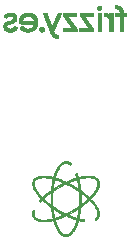
<source format=gbo>
%TF.GenerationSoftware,KiCad,Pcbnew,4.0.7*%
%TF.CreationDate,2018-05-06T15:46:35+02:00*%
%TF.ProjectId,BasicModule-II,42617369634D6F64756C652D49492E6B,rev?*%
%TF.FileFunction,Legend,Bot*%
%FSLAX46Y46*%
G04 Gerber Fmt 4.6, Leading zero omitted, Abs format (unit mm)*
G04 Created by KiCad (PCBNEW 4.0.7) date 05/06/18 15:46:35*
%MOMM*%
%LPD*%
G01*
G04 APERTURE LIST*
%ADD10C,0.100000*%
%ADD11C,0.010000*%
G04 APERTURE END LIST*
D10*
D11*
G36*
X-10080790Y-1584324D02*
X-10090572Y-1614005D01*
X-10095637Y-1631950D01*
X-10105742Y-1651284D01*
X-10115550Y-1663700D01*
X-10129729Y-1682108D01*
X-10132802Y-1689100D01*
X-10137977Y-1707447D01*
X-10152349Y-1744472D01*
X-10174236Y-1795901D01*
X-10180347Y-1809750D01*
X-10194437Y-1842078D01*
X-10203234Y-1863401D01*
X-10204450Y-1866900D01*
X-10210110Y-1881400D01*
X-10222525Y-1910377D01*
X-10228552Y-1924050D01*
X-10255492Y-1985172D01*
X-10272942Y-2025808D01*
X-10280347Y-2044664D01*
X-10280357Y-2044700D01*
X-10286198Y-2059206D01*
X-10298722Y-2088193D01*
X-10304752Y-2101850D01*
X-10332557Y-2164952D01*
X-10349779Y-2205205D01*
X-10356425Y-2222500D01*
X-10362257Y-2236802D01*
X-10375220Y-2266170D01*
X-10384192Y-2286000D01*
X-10408199Y-2340640D01*
X-10421056Y-2375137D01*
X-10423588Y-2391744D01*
X-10423177Y-2392749D01*
X-10428602Y-2404515D01*
X-10444543Y-2424366D01*
X-10458608Y-2443247D01*
X-10458450Y-2451100D01*
X-10457637Y-2458778D01*
X-10468276Y-2473325D01*
X-10484541Y-2494356D01*
X-10489642Y-2504941D01*
X-10497826Y-2533674D01*
X-10517623Y-2582426D01*
X-10532707Y-2616200D01*
X-10547952Y-2650947D01*
X-10557661Y-2675597D01*
X-10559410Y-2681816D01*
X-10565465Y-2697987D01*
X-10577277Y-2694470D01*
X-10591516Y-2675298D01*
X-10604850Y-2644501D01*
X-10611823Y-2618383D01*
X-10619868Y-2592138D01*
X-10624649Y-2580283D01*
X-10633748Y-2559031D01*
X-10636217Y-2552700D01*
X-10642629Y-2535897D01*
X-10654416Y-2506150D01*
X-10667356Y-2474029D01*
X-10676804Y-2451100D01*
X-10685142Y-2430743D01*
X-10687050Y-2425700D01*
X-10693486Y-2409974D01*
X-10698650Y-2398116D01*
X-10708312Y-2370401D01*
X-10710610Y-2360016D01*
X-10719399Y-2334646D01*
X-10725139Y-2324100D01*
X-10737582Y-2294803D01*
X-10740910Y-2280646D01*
X-10749476Y-2252929D01*
X-10755497Y-2242546D01*
X-10765955Y-2222358D01*
X-10778735Y-2188910D01*
X-10782300Y-2178050D01*
X-10794653Y-2143122D01*
X-10805805Y-2118386D01*
X-10808275Y-2114550D01*
X-10817861Y-2098287D01*
X-10818500Y-2095500D01*
X-10819655Y-2088746D01*
X-10823819Y-2075315D01*
X-10832649Y-2050470D01*
X-10847805Y-2009471D01*
X-10860736Y-1974850D01*
X-10875692Y-1934560D01*
X-10886582Y-1904637D01*
X-10890812Y-1892300D01*
X-10896317Y-1876872D01*
X-10907749Y-1847435D01*
X-10921375Y-1813474D01*
X-10930804Y-1790700D01*
X-10938754Y-1770368D01*
X-10940349Y-1765300D01*
X-10945369Y-1751296D01*
X-10957375Y-1719737D01*
X-10974047Y-1676701D01*
X-10979127Y-1663700D01*
X-10996204Y-1618147D01*
X-11008416Y-1581832D01*
X-11013690Y-1561052D01*
X-11013655Y-1558925D01*
X-11024388Y-1555182D01*
X-11055630Y-1552130D01*
X-11102494Y-1550095D01*
X-11156949Y-1549400D01*
X-11215945Y-1550368D01*
X-11263041Y-1553022D01*
X-11293562Y-1556979D01*
X-11303000Y-1561273D01*
X-11298827Y-1581480D01*
X-11291821Y-1602548D01*
X-11282697Y-1628883D01*
X-11279378Y-1641608D01*
X-11273151Y-1658599D01*
X-11259733Y-1686797D01*
X-11258550Y-1689100D01*
X-11244783Y-1717697D01*
X-11237833Y-1735940D01*
X-11237721Y-1736591D01*
X-11232790Y-1754799D01*
X-11224901Y-1778000D01*
X-11212332Y-1812964D01*
X-11206055Y-1832077D01*
X-11203499Y-1843290D01*
X-11203274Y-1844808D01*
X-11196980Y-1861793D01*
X-11183522Y-1890019D01*
X-11182281Y-1892433D01*
X-11171412Y-1917729D01*
X-11170418Y-1930142D01*
X-11171292Y-1930400D01*
X-11170417Y-1938258D01*
X-11156950Y-1955800D01*
X-11143038Y-1974127D01*
X-11142607Y-1981200D01*
X-11143343Y-1990915D01*
X-11133847Y-2014744D01*
X-11131618Y-2019166D01*
X-11118664Y-2045677D01*
X-11113112Y-2059983D01*
X-11113135Y-2060441D01*
X-11109928Y-2073402D01*
X-11100591Y-2100946D01*
X-11088321Y-2134033D01*
X-11078295Y-2159000D01*
X-11070456Y-2179323D01*
X-11068952Y-2184400D01*
X-11062064Y-2199906D01*
X-11060021Y-2203450D01*
X-11052169Y-2221837D01*
X-11039911Y-2255979D01*
X-11029950Y-2286000D01*
X-11016433Y-2326272D01*
X-11005055Y-2357012D01*
X-10999878Y-2368550D01*
X-10991576Y-2385493D01*
X-10990980Y-2387600D01*
X-10985853Y-2402671D01*
X-10975164Y-2430466D01*
X-10974534Y-2432050D01*
X-10960085Y-2469055D01*
X-10953230Y-2489505D01*
X-10951800Y-2500295D01*
X-10952191Y-2503123D01*
X-10946644Y-2518249D01*
X-10939555Y-2528523D01*
X-10927972Y-2550045D01*
X-10913164Y-2586606D01*
X-10902950Y-2616200D01*
X-10889150Y-2656504D01*
X-10877046Y-2687251D01*
X-10871174Y-2698750D01*
X-10861652Y-2718222D01*
X-10849397Y-2751190D01*
X-10845787Y-2762250D01*
X-10834000Y-2797127D01*
X-10824236Y-2821863D01*
X-10822264Y-2825750D01*
X-10812983Y-2848507D01*
X-10812398Y-2851150D01*
X-10806209Y-2870169D01*
X-10793749Y-2901745D01*
X-10789670Y-2911414D01*
X-10776965Y-2942768D01*
X-10770116Y-2962942D01*
X-10769712Y-2965522D01*
X-10764720Y-2980160D01*
X-10752021Y-3007032D01*
X-10750550Y-3009900D01*
X-10736783Y-3038497D01*
X-10729833Y-3056740D01*
X-10729721Y-3057391D01*
X-10724302Y-3076926D01*
X-10712948Y-3109628D01*
X-10699286Y-3145137D01*
X-10697454Y-3149600D01*
X-10688398Y-3174259D01*
X-10686297Y-3181350D01*
X-10679431Y-3200079D01*
X-10666117Y-3231870D01*
X-10660412Y-3244850D01*
X-10646365Y-3277163D01*
X-10637730Y-3298488D01*
X-10636599Y-3302000D01*
X-10629396Y-3315251D01*
X-10612197Y-3342419D01*
X-10597728Y-3364224D01*
X-10573699Y-3400028D01*
X-10554129Y-3429483D01*
X-10547350Y-3439858D01*
X-10524961Y-3469723D01*
X-10495195Y-3503267D01*
X-10463795Y-3534755D01*
X-10436503Y-3558457D01*
X-10419060Y-3568640D01*
X-10418283Y-3568700D01*
X-10402739Y-3575161D01*
X-10401300Y-3579499D01*
X-10390853Y-3589728D01*
X-10363972Y-3606907D01*
X-10327349Y-3627476D01*
X-10287672Y-3647876D01*
X-10251633Y-3664547D01*
X-10225922Y-3673930D01*
X-10222476Y-3674640D01*
X-10197079Y-3682128D01*
X-10191750Y-3684785D01*
X-10173418Y-3688826D01*
X-10137376Y-3692370D01*
X-10091313Y-3694669D01*
X-10089820Y-3694712D01*
X-10000590Y-3697219D01*
X-10001068Y-3576719D01*
X-10001887Y-3524043D01*
X-10003695Y-3481678D01*
X-10006180Y-3455519D01*
X-10007748Y-3450151D01*
X-10022813Y-3445350D01*
X-10055068Y-3439394D01*
X-10083800Y-3435349D01*
X-10125596Y-3428216D01*
X-10157966Y-3419271D01*
X-10169525Y-3413553D01*
X-10183072Y-3406949D01*
X-10185400Y-3409950D01*
X-10193288Y-3410861D01*
X-10205804Y-3402475D01*
X-10234482Y-3382577D01*
X-10252887Y-3372241D01*
X-10276096Y-3353993D01*
X-10303717Y-3323364D01*
X-10315028Y-3308245D01*
X-10341229Y-3268062D01*
X-10369012Y-3221062D01*
X-10395647Y-3172496D01*
X-10418404Y-3127620D01*
X-10434552Y-3091686D01*
X-10441363Y-3069949D01*
X-10440761Y-3066295D01*
X-10432447Y-3050228D01*
X-10432438Y-3050116D01*
X-10427099Y-3035087D01*
X-10413725Y-3004010D01*
X-10396065Y-2965450D01*
X-10377374Y-2924233D01*
X-10363619Y-2891292D01*
X-10358020Y-2874656D01*
X-10348416Y-2852622D01*
X-10341498Y-2842906D01*
X-10328367Y-2823168D01*
X-10325832Y-2816358D01*
X-10316978Y-2786236D01*
X-10296285Y-2735690D01*
X-10282592Y-2705100D01*
X-10267354Y-2670848D01*
X-10257549Y-2647209D01*
X-10255694Y-2641600D01*
X-10248984Y-2626735D01*
X-10242712Y-2616200D01*
X-10231032Y-2592858D01*
X-10228607Y-2584450D01*
X-10222526Y-2566181D01*
X-10209269Y-2534028D01*
X-10200638Y-2514600D01*
X-10162483Y-2430330D01*
X-10129925Y-2357542D01*
X-10104201Y-2299051D01*
X-10086546Y-2257670D01*
X-10078198Y-2236215D01*
X-10077902Y-2235200D01*
X-10072040Y-2221295D01*
X-10058329Y-2191077D01*
X-10040465Y-2152650D01*
X-10021843Y-2111796D01*
X-10008171Y-2079594D01*
X-10002619Y-2063750D01*
X-9994447Y-2042656D01*
X-9988387Y-2032000D01*
X-9977446Y-2012456D01*
X-9975272Y-2006600D01*
X-9969969Y-1992110D01*
X-9957767Y-1963155D01*
X-9951747Y-1949450D01*
X-9926039Y-1891163D01*
X-9909757Y-1853232D01*
X-9901741Y-1832924D01*
X-9900519Y-1828800D01*
X-9893429Y-1813910D01*
X-9887112Y-1803400D01*
X-9875362Y-1780049D01*
X-9872880Y-1771650D01*
X-9866725Y-1754304D01*
X-9852681Y-1721401D01*
X-9835034Y-1682750D01*
X-9816719Y-1642719D01*
X-9803612Y-1612154D01*
X-9798661Y-1598083D01*
X-9790353Y-1582064D01*
X-9788525Y-1580091D01*
X-9780206Y-1567499D01*
X-9786443Y-1558738D01*
X-9809898Y-1553204D01*
X-9853232Y-1550294D01*
X-9919108Y-1549402D01*
X-9923807Y-1549399D01*
X-10068615Y-1549399D01*
X-10080790Y-1584324D01*
X-10080790Y-1584324D01*
G37*
X-10080790Y-1584324D02*
X-10090572Y-1614005D01*
X-10095637Y-1631950D01*
X-10105742Y-1651284D01*
X-10115550Y-1663700D01*
X-10129729Y-1682108D01*
X-10132802Y-1689100D01*
X-10137977Y-1707447D01*
X-10152349Y-1744472D01*
X-10174236Y-1795901D01*
X-10180347Y-1809750D01*
X-10194437Y-1842078D01*
X-10203234Y-1863401D01*
X-10204450Y-1866900D01*
X-10210110Y-1881400D01*
X-10222525Y-1910377D01*
X-10228552Y-1924050D01*
X-10255492Y-1985172D01*
X-10272942Y-2025808D01*
X-10280347Y-2044664D01*
X-10280357Y-2044700D01*
X-10286198Y-2059206D01*
X-10298722Y-2088193D01*
X-10304752Y-2101850D01*
X-10332557Y-2164952D01*
X-10349779Y-2205205D01*
X-10356425Y-2222500D01*
X-10362257Y-2236802D01*
X-10375220Y-2266170D01*
X-10384192Y-2286000D01*
X-10408199Y-2340640D01*
X-10421056Y-2375137D01*
X-10423588Y-2391744D01*
X-10423177Y-2392749D01*
X-10428602Y-2404515D01*
X-10444543Y-2424366D01*
X-10458608Y-2443247D01*
X-10458450Y-2451100D01*
X-10457637Y-2458778D01*
X-10468276Y-2473325D01*
X-10484541Y-2494356D01*
X-10489642Y-2504941D01*
X-10497826Y-2533674D01*
X-10517623Y-2582426D01*
X-10532707Y-2616200D01*
X-10547952Y-2650947D01*
X-10557661Y-2675597D01*
X-10559410Y-2681816D01*
X-10565465Y-2697987D01*
X-10577277Y-2694470D01*
X-10591516Y-2675298D01*
X-10604850Y-2644501D01*
X-10611823Y-2618383D01*
X-10619868Y-2592138D01*
X-10624649Y-2580283D01*
X-10633748Y-2559031D01*
X-10636217Y-2552700D01*
X-10642629Y-2535897D01*
X-10654416Y-2506150D01*
X-10667356Y-2474029D01*
X-10676804Y-2451100D01*
X-10685142Y-2430743D01*
X-10687050Y-2425700D01*
X-10693486Y-2409974D01*
X-10698650Y-2398116D01*
X-10708312Y-2370401D01*
X-10710610Y-2360016D01*
X-10719399Y-2334646D01*
X-10725139Y-2324100D01*
X-10737582Y-2294803D01*
X-10740910Y-2280646D01*
X-10749476Y-2252929D01*
X-10755497Y-2242546D01*
X-10765955Y-2222358D01*
X-10778735Y-2188910D01*
X-10782300Y-2178050D01*
X-10794653Y-2143122D01*
X-10805805Y-2118386D01*
X-10808275Y-2114550D01*
X-10817861Y-2098287D01*
X-10818500Y-2095500D01*
X-10819655Y-2088746D01*
X-10823819Y-2075315D01*
X-10832649Y-2050470D01*
X-10847805Y-2009471D01*
X-10860736Y-1974850D01*
X-10875692Y-1934560D01*
X-10886582Y-1904637D01*
X-10890812Y-1892300D01*
X-10896317Y-1876872D01*
X-10907749Y-1847435D01*
X-10921375Y-1813474D01*
X-10930804Y-1790700D01*
X-10938754Y-1770368D01*
X-10940349Y-1765300D01*
X-10945369Y-1751296D01*
X-10957375Y-1719737D01*
X-10974047Y-1676701D01*
X-10979127Y-1663700D01*
X-10996204Y-1618147D01*
X-11008416Y-1581832D01*
X-11013690Y-1561052D01*
X-11013655Y-1558925D01*
X-11024388Y-1555182D01*
X-11055630Y-1552130D01*
X-11102494Y-1550095D01*
X-11156949Y-1549400D01*
X-11215945Y-1550368D01*
X-11263041Y-1553022D01*
X-11293562Y-1556979D01*
X-11303000Y-1561273D01*
X-11298827Y-1581480D01*
X-11291821Y-1602548D01*
X-11282697Y-1628883D01*
X-11279378Y-1641608D01*
X-11273151Y-1658599D01*
X-11259733Y-1686797D01*
X-11258550Y-1689100D01*
X-11244783Y-1717697D01*
X-11237833Y-1735940D01*
X-11237721Y-1736591D01*
X-11232790Y-1754799D01*
X-11224901Y-1778000D01*
X-11212332Y-1812964D01*
X-11206055Y-1832077D01*
X-11203499Y-1843290D01*
X-11203274Y-1844808D01*
X-11196980Y-1861793D01*
X-11183522Y-1890019D01*
X-11182281Y-1892433D01*
X-11171412Y-1917729D01*
X-11170418Y-1930142D01*
X-11171292Y-1930400D01*
X-11170417Y-1938258D01*
X-11156950Y-1955800D01*
X-11143038Y-1974127D01*
X-11142607Y-1981200D01*
X-11143343Y-1990915D01*
X-11133847Y-2014744D01*
X-11131618Y-2019166D01*
X-11118664Y-2045677D01*
X-11113112Y-2059983D01*
X-11113135Y-2060441D01*
X-11109928Y-2073402D01*
X-11100591Y-2100946D01*
X-11088321Y-2134033D01*
X-11078295Y-2159000D01*
X-11070456Y-2179323D01*
X-11068952Y-2184400D01*
X-11062064Y-2199906D01*
X-11060021Y-2203450D01*
X-11052169Y-2221837D01*
X-11039911Y-2255979D01*
X-11029950Y-2286000D01*
X-11016433Y-2326272D01*
X-11005055Y-2357012D01*
X-10999878Y-2368550D01*
X-10991576Y-2385493D01*
X-10990980Y-2387600D01*
X-10985853Y-2402671D01*
X-10975164Y-2430466D01*
X-10974534Y-2432050D01*
X-10960085Y-2469055D01*
X-10953230Y-2489505D01*
X-10951800Y-2500295D01*
X-10952191Y-2503123D01*
X-10946644Y-2518249D01*
X-10939555Y-2528523D01*
X-10927972Y-2550045D01*
X-10913164Y-2586606D01*
X-10902950Y-2616200D01*
X-10889150Y-2656504D01*
X-10877046Y-2687251D01*
X-10871174Y-2698750D01*
X-10861652Y-2718222D01*
X-10849397Y-2751190D01*
X-10845787Y-2762250D01*
X-10834000Y-2797127D01*
X-10824236Y-2821863D01*
X-10822264Y-2825750D01*
X-10812983Y-2848507D01*
X-10812398Y-2851150D01*
X-10806209Y-2870169D01*
X-10793749Y-2901745D01*
X-10789670Y-2911414D01*
X-10776965Y-2942768D01*
X-10770116Y-2962942D01*
X-10769712Y-2965522D01*
X-10764720Y-2980160D01*
X-10752021Y-3007032D01*
X-10750550Y-3009900D01*
X-10736783Y-3038497D01*
X-10729833Y-3056740D01*
X-10729721Y-3057391D01*
X-10724302Y-3076926D01*
X-10712948Y-3109628D01*
X-10699286Y-3145137D01*
X-10697454Y-3149600D01*
X-10688398Y-3174259D01*
X-10686297Y-3181350D01*
X-10679431Y-3200079D01*
X-10666117Y-3231870D01*
X-10660412Y-3244850D01*
X-10646365Y-3277163D01*
X-10637730Y-3298488D01*
X-10636599Y-3302000D01*
X-10629396Y-3315251D01*
X-10612197Y-3342419D01*
X-10597728Y-3364224D01*
X-10573699Y-3400028D01*
X-10554129Y-3429483D01*
X-10547350Y-3439858D01*
X-10524961Y-3469723D01*
X-10495195Y-3503267D01*
X-10463795Y-3534755D01*
X-10436503Y-3558457D01*
X-10419060Y-3568640D01*
X-10418283Y-3568700D01*
X-10402739Y-3575161D01*
X-10401300Y-3579499D01*
X-10390853Y-3589728D01*
X-10363972Y-3606907D01*
X-10327349Y-3627476D01*
X-10287672Y-3647876D01*
X-10251633Y-3664547D01*
X-10225922Y-3673930D01*
X-10222476Y-3674640D01*
X-10197079Y-3682128D01*
X-10191750Y-3684785D01*
X-10173418Y-3688826D01*
X-10137376Y-3692370D01*
X-10091313Y-3694669D01*
X-10089820Y-3694712D01*
X-10000590Y-3697219D01*
X-10001068Y-3576719D01*
X-10001887Y-3524043D01*
X-10003695Y-3481678D01*
X-10006180Y-3455519D01*
X-10007748Y-3450151D01*
X-10022813Y-3445350D01*
X-10055068Y-3439394D01*
X-10083800Y-3435349D01*
X-10125596Y-3428216D01*
X-10157966Y-3419271D01*
X-10169525Y-3413553D01*
X-10183072Y-3406949D01*
X-10185400Y-3409950D01*
X-10193288Y-3410861D01*
X-10205804Y-3402475D01*
X-10234482Y-3382577D01*
X-10252887Y-3372241D01*
X-10276096Y-3353993D01*
X-10303717Y-3323364D01*
X-10315028Y-3308245D01*
X-10341229Y-3268062D01*
X-10369012Y-3221062D01*
X-10395647Y-3172496D01*
X-10418404Y-3127620D01*
X-10434552Y-3091686D01*
X-10441363Y-3069949D01*
X-10440761Y-3066295D01*
X-10432447Y-3050228D01*
X-10432438Y-3050116D01*
X-10427099Y-3035087D01*
X-10413725Y-3004010D01*
X-10396065Y-2965450D01*
X-10377374Y-2924233D01*
X-10363619Y-2891292D01*
X-10358020Y-2874656D01*
X-10348416Y-2852622D01*
X-10341498Y-2842906D01*
X-10328367Y-2823168D01*
X-10325832Y-2816358D01*
X-10316978Y-2786236D01*
X-10296285Y-2735690D01*
X-10282592Y-2705100D01*
X-10267354Y-2670848D01*
X-10257549Y-2647209D01*
X-10255694Y-2641600D01*
X-10248984Y-2626735D01*
X-10242712Y-2616200D01*
X-10231032Y-2592858D01*
X-10228607Y-2584450D01*
X-10222526Y-2566181D01*
X-10209269Y-2534028D01*
X-10200638Y-2514600D01*
X-10162483Y-2430330D01*
X-10129925Y-2357542D01*
X-10104201Y-2299051D01*
X-10086546Y-2257670D01*
X-10078198Y-2236215D01*
X-10077902Y-2235200D01*
X-10072040Y-2221295D01*
X-10058329Y-2191077D01*
X-10040465Y-2152650D01*
X-10021843Y-2111796D01*
X-10008171Y-2079594D01*
X-10002619Y-2063750D01*
X-9994447Y-2042656D01*
X-9988387Y-2032000D01*
X-9977446Y-2012456D01*
X-9975272Y-2006600D01*
X-9969969Y-1992110D01*
X-9957767Y-1963155D01*
X-9951747Y-1949450D01*
X-9926039Y-1891163D01*
X-9909757Y-1853232D01*
X-9901741Y-1832924D01*
X-9900519Y-1828800D01*
X-9893429Y-1813910D01*
X-9887112Y-1803400D01*
X-9875362Y-1780049D01*
X-9872880Y-1771650D01*
X-9866725Y-1754304D01*
X-9852681Y-1721401D01*
X-9835034Y-1682750D01*
X-9816719Y-1642719D01*
X-9803612Y-1612154D01*
X-9798661Y-1598083D01*
X-9790353Y-1582064D01*
X-9788525Y-1580091D01*
X-9780206Y-1567499D01*
X-9786443Y-1558738D01*
X-9809898Y-1553204D01*
X-9853232Y-1550294D01*
X-9919108Y-1549402D01*
X-9923807Y-1549399D01*
X-10068615Y-1549399D01*
X-10080790Y-1584324D01*
G36*
X-10261600Y-3359150D02*
X-10255250Y-3365500D01*
X-10248900Y-3359150D01*
X-10255250Y-3352800D01*
X-10261600Y-3359150D01*
X-10261600Y-3359150D01*
G37*
X-10261600Y-3359150D02*
X-10255250Y-3365500D01*
X-10248900Y-3359150D01*
X-10255250Y-3352800D01*
X-10261600Y-3359150D01*
G36*
X-11484299Y-2738094D02*
X-11513961Y-2744060D01*
X-11538637Y-2758950D01*
X-11568528Y-2786856D01*
X-11571656Y-2789979D01*
X-11602495Y-2823368D01*
X-11618897Y-2851286D01*
X-11625900Y-2884569D01*
X-11627630Y-2910390D01*
X-11624463Y-2972545D01*
X-11605843Y-3022377D01*
X-11567853Y-3069505D01*
X-11559472Y-3077668D01*
X-11514879Y-3105223D01*
X-11458265Y-3120146D01*
X-11399985Y-3121004D01*
X-11350806Y-3106585D01*
X-11314730Y-3085648D01*
X-11286008Y-3066459D01*
X-11269716Y-3052699D01*
X-11269979Y-3048000D01*
X-11271934Y-3040167D01*
X-11263872Y-3027711D01*
X-11244712Y-2989727D01*
X-11235637Y-2940418D01*
X-11236907Y-2889574D01*
X-11248781Y-2846986D01*
X-11258667Y-2831969D01*
X-11271663Y-2813781D01*
X-11270270Y-2806700D01*
X-11272942Y-2800415D01*
X-11292130Y-2784347D01*
X-11309576Y-2771775D01*
X-11344672Y-2750994D01*
X-11379603Y-2740429D01*
X-11425697Y-2737044D01*
X-11439450Y-2736962D01*
X-11484299Y-2738094D01*
X-11484299Y-2738094D01*
G37*
X-11484299Y-2738094D02*
X-11513961Y-2744060D01*
X-11538637Y-2758950D01*
X-11568528Y-2786856D01*
X-11571656Y-2789979D01*
X-11602495Y-2823368D01*
X-11618897Y-2851286D01*
X-11625900Y-2884569D01*
X-11627630Y-2910390D01*
X-11624463Y-2972545D01*
X-11605843Y-3022377D01*
X-11567853Y-3069505D01*
X-11559472Y-3077668D01*
X-11514879Y-3105223D01*
X-11458265Y-3120146D01*
X-11399985Y-3121004D01*
X-11350806Y-3106585D01*
X-11314730Y-3085648D01*
X-11286008Y-3066459D01*
X-11269716Y-3052699D01*
X-11269979Y-3048000D01*
X-11271934Y-3040167D01*
X-11263872Y-3027711D01*
X-11244712Y-2989727D01*
X-11235637Y-2940418D01*
X-11236907Y-2889574D01*
X-11248781Y-2846986D01*
X-11258667Y-2831969D01*
X-11271663Y-2813781D01*
X-11270270Y-2806700D01*
X-11272942Y-2800415D01*
X-11292130Y-2784347D01*
X-11309576Y-2771775D01*
X-11344672Y-2750994D01*
X-11379603Y-2740429D01*
X-11425697Y-2737044D01*
X-11439450Y-2736962D01*
X-11484299Y-2738094D01*
G36*
X-12676951Y-1517838D02*
X-12757714Y-1524720D01*
X-12829718Y-1540384D01*
X-12901045Y-1566762D01*
X-12979774Y-1605786D01*
X-13004800Y-1619552D01*
X-13026067Y-1635081D01*
X-13057935Y-1662560D01*
X-13095883Y-1697575D01*
X-13135390Y-1735714D01*
X-13171936Y-1772563D01*
X-13201001Y-1803710D01*
X-13218066Y-1824742D01*
X-13220700Y-1830332D01*
X-13227274Y-1846167D01*
X-13243797Y-1874062D01*
X-13251894Y-1886339D01*
X-13276385Y-1929452D01*
X-13302177Y-1985681D01*
X-13324689Y-2044011D01*
X-13339341Y-2093427D01*
X-13340663Y-2099839D01*
X-13345582Y-2121476D01*
X-13348016Y-2127250D01*
X-13352439Y-2138938D01*
X-13356138Y-2169969D01*
X-13358974Y-2214294D01*
X-13360807Y-2265862D01*
X-13361496Y-2318622D01*
X-13360901Y-2366525D01*
X-13358884Y-2403522D01*
X-13355302Y-2423560D01*
X-13354887Y-2424344D01*
X-13343653Y-2427857D01*
X-13313967Y-2430824D01*
X-13264820Y-2433268D01*
X-13195204Y-2435209D01*
X-13104110Y-2436671D01*
X-12990528Y-2437675D01*
X-12853451Y-2438243D01*
X-12711769Y-2438400D01*
X-12077337Y-2438400D01*
X-12084517Y-2479155D01*
X-12093628Y-2512873D01*
X-12105304Y-2536305D01*
X-12113470Y-2550217D01*
X-12111758Y-2552700D01*
X-12109844Y-2561683D01*
X-12120598Y-2585210D01*
X-12140625Y-2618148D01*
X-12166530Y-2655364D01*
X-12194919Y-2691724D01*
X-12222398Y-2722096D01*
X-12226215Y-2725802D01*
X-12256682Y-2749674D01*
X-12299966Y-2777658D01*
X-12347894Y-2805097D01*
X-12392293Y-2827336D01*
X-12424988Y-2839718D01*
X-12426950Y-2840163D01*
X-12449378Y-2844484D01*
X-12465050Y-2847344D01*
X-12492678Y-2855033D01*
X-12503628Y-2860125D01*
X-12522092Y-2863826D01*
X-12558635Y-2866199D01*
X-12605972Y-2867267D01*
X-12656819Y-2867055D01*
X-12703890Y-2865588D01*
X-12739901Y-2862891D01*
X-12757150Y-2859261D01*
X-12779945Y-2851062D01*
X-12793851Y-2848151D01*
X-12834020Y-2836219D01*
X-12882249Y-2814370D01*
X-12926713Y-2788496D01*
X-12950293Y-2770175D01*
X-12972373Y-2751134D01*
X-12986116Y-2743200D01*
X-12986126Y-2743200D01*
X-13000362Y-2735275D01*
X-13012964Y-2724150D01*
X-13025191Y-2709166D01*
X-13024841Y-2705100D01*
X-13027061Y-2696920D01*
X-13042110Y-2677009D01*
X-13043991Y-2674825D01*
X-13064288Y-2654915D01*
X-13082479Y-2652433D01*
X-13107154Y-2662930D01*
X-13134841Y-2678933D01*
X-13150671Y-2692122D01*
X-13150844Y-2692390D01*
X-13165183Y-2703519D01*
X-13195422Y-2721117D01*
X-13227018Y-2737391D01*
X-13265463Y-2757615D01*
X-13283961Y-2774620D01*
X-13283217Y-2794317D01*
X-13263935Y-2822614D01*
X-13240451Y-2849950D01*
X-13219529Y-2876283D01*
X-13208503Y-2895120D01*
X-13208000Y-2897575D01*
X-13197554Y-2906812D01*
X-13186833Y-2908300D01*
X-13172651Y-2911924D01*
X-13173528Y-2916161D01*
X-13172429Y-2929507D01*
X-13158320Y-2946659D01*
X-13139853Y-2958158D01*
X-13134262Y-2959100D01*
X-13116808Y-2967817D01*
X-13106867Y-2977586D01*
X-13087401Y-2992717D01*
X-13052014Y-3013741D01*
X-13007845Y-3037097D01*
X-12962030Y-3059226D01*
X-12921705Y-3076567D01*
X-12894010Y-3085561D01*
X-12889329Y-3086100D01*
X-12866263Y-3091130D01*
X-12860499Y-3094934D01*
X-12850210Y-3101876D01*
X-12832637Y-3107019D01*
X-12803754Y-3110800D01*
X-12759539Y-3113653D01*
X-12695965Y-3116016D01*
X-12655550Y-3117153D01*
X-12589495Y-3117874D01*
X-12526889Y-3116754D01*
X-12475410Y-3114032D01*
X-12446000Y-3110613D01*
X-12387395Y-3099440D01*
X-12347130Y-3090504D01*
X-12318490Y-3081861D01*
X-12294762Y-3071568D01*
X-12275683Y-3061336D01*
X-12246928Y-3047250D01*
X-12228789Y-3042196D01*
X-12226776Y-3042857D01*
X-12215320Y-3039389D01*
X-12204954Y-3029256D01*
X-12184341Y-3013001D01*
X-12173363Y-3009900D01*
X-12153883Y-3001247D01*
X-12134850Y-2984500D01*
X-12112543Y-2965460D01*
X-12096928Y-2959100D01*
X-12081513Y-2950462D01*
X-12054434Y-2927632D01*
X-12021092Y-2895232D01*
X-12015328Y-2889250D01*
X-11985031Y-2856289D01*
X-11964647Y-2831708D01*
X-11957727Y-2819864D01*
X-11958407Y-2819400D01*
X-11956730Y-2811448D01*
X-11941013Y-2791441D01*
X-11931650Y-2781300D01*
X-11911648Y-2758099D01*
X-11904315Y-2744597D01*
X-11905842Y-2743200D01*
X-11907249Y-2735371D01*
X-11897448Y-2720975D01*
X-11877253Y-2690929D01*
X-11866154Y-2662139D01*
X-11865562Y-2654300D01*
X-11860618Y-2639562D01*
X-11850358Y-2618550D01*
X-11836421Y-2587548D01*
X-11830222Y-2567750D01*
X-11824641Y-2542046D01*
X-11816233Y-2504725D01*
X-11813814Y-2494172D01*
X-11808580Y-2456139D01*
X-11805552Y-2401844D01*
X-11804599Y-2337792D01*
X-11805589Y-2270492D01*
X-11808243Y-2209800D01*
X-12076174Y-2209800D01*
X-12585793Y-2209800D01*
X-12712813Y-2209772D01*
X-12816710Y-2209613D01*
X-12899761Y-2209208D01*
X-12964244Y-2208443D01*
X-13012437Y-2207201D01*
X-13046615Y-2205368D01*
X-13069058Y-2202831D01*
X-13082041Y-2199473D01*
X-13087841Y-2195179D01*
X-13088738Y-2189836D01*
X-13087384Y-2184508D01*
X-13078851Y-2152142D01*
X-13073076Y-2124578D01*
X-13063602Y-2092653D01*
X-13053292Y-2073669D01*
X-13045210Y-2059831D01*
X-13046941Y-2057400D01*
X-13047280Y-2048272D01*
X-13035990Y-2024733D01*
X-13016872Y-1992545D01*
X-12993728Y-1957471D01*
X-12970358Y-1925275D01*
X-12950565Y-1901720D01*
X-12938221Y-1892571D01*
X-12922953Y-1884811D01*
X-12899044Y-1866429D01*
X-12898080Y-1865595D01*
X-12875277Y-1848474D01*
X-12861612Y-1843160D01*
X-12861217Y-1843370D01*
X-12848226Y-1839572D01*
X-12831508Y-1827423D01*
X-12808947Y-1812607D01*
X-12779067Y-1798324D01*
X-12749994Y-1787704D01*
X-12729853Y-1783874D01*
X-12725400Y-1786565D01*
X-12717658Y-1786289D01*
X-12709029Y-1780224D01*
X-12689708Y-1774824D01*
X-12652348Y-1771680D01*
X-12604208Y-1770749D01*
X-12552545Y-1771987D01*
X-12504617Y-1775351D01*
X-12467682Y-1780798D01*
X-12463925Y-1781692D01*
X-12392385Y-1802049D01*
X-12343336Y-1821203D01*
X-12313978Y-1840288D01*
X-12310886Y-1843448D01*
X-12290758Y-1861449D01*
X-12279028Y-1866900D01*
X-12258933Y-1876512D01*
X-12230707Y-1901096D01*
X-12199839Y-1934276D01*
X-12171823Y-1969672D01*
X-12152148Y-2000907D01*
X-12146219Y-2021141D01*
X-12139574Y-2035504D01*
X-12123356Y-2056066D01*
X-12108818Y-2074993D01*
X-12107928Y-2082800D01*
X-12109535Y-2092124D01*
X-12102162Y-2109950D01*
X-12089005Y-2143698D01*
X-12081903Y-2173450D01*
X-12076174Y-2209800D01*
X-11808243Y-2209800D01*
X-11808390Y-2206449D01*
X-11812871Y-2152171D01*
X-11818899Y-2114164D01*
X-11821695Y-2105025D01*
X-11829735Y-2080503D01*
X-11829487Y-2070102D01*
X-11829409Y-2070100D01*
X-11830219Y-2060330D01*
X-11840529Y-2036374D01*
X-11842750Y-2032000D01*
X-11853654Y-2006649D01*
X-11854696Y-1994170D01*
X-11853807Y-1993900D01*
X-11854682Y-1986041D01*
X-11868150Y-1968500D01*
X-11881529Y-1950222D01*
X-11880850Y-1943100D01*
X-11880200Y-1935376D01*
X-11891609Y-1919844D01*
X-11905285Y-1900006D01*
X-11906199Y-1890133D01*
X-11909592Y-1878087D01*
X-11925222Y-1860620D01*
X-11944199Y-1839549D01*
X-11950700Y-1825915D01*
X-11959780Y-1808240D01*
X-11983854Y-1779271D01*
X-12018167Y-1743690D01*
X-12057967Y-1706180D01*
X-12098502Y-1671424D01*
X-12135017Y-1644105D01*
X-12135672Y-1643668D01*
X-12196902Y-1606593D01*
X-12259610Y-1574866D01*
X-12315733Y-1552304D01*
X-12345798Y-1544185D01*
X-12368904Y-1539246D01*
X-12376150Y-1536672D01*
X-12388560Y-1530803D01*
X-12424646Y-1525679D01*
X-12482690Y-1521461D01*
X-12560974Y-1518306D01*
X-12579350Y-1517806D01*
X-12676951Y-1517838D01*
X-12676951Y-1517838D01*
G37*
X-12676951Y-1517838D02*
X-12757714Y-1524720D01*
X-12829718Y-1540384D01*
X-12901045Y-1566762D01*
X-12979774Y-1605786D01*
X-13004800Y-1619552D01*
X-13026067Y-1635081D01*
X-13057935Y-1662560D01*
X-13095883Y-1697575D01*
X-13135390Y-1735714D01*
X-13171936Y-1772563D01*
X-13201001Y-1803710D01*
X-13218066Y-1824742D01*
X-13220700Y-1830332D01*
X-13227274Y-1846167D01*
X-13243797Y-1874062D01*
X-13251894Y-1886339D01*
X-13276385Y-1929452D01*
X-13302177Y-1985681D01*
X-13324689Y-2044011D01*
X-13339341Y-2093427D01*
X-13340663Y-2099839D01*
X-13345582Y-2121476D01*
X-13348016Y-2127250D01*
X-13352439Y-2138938D01*
X-13356138Y-2169969D01*
X-13358974Y-2214294D01*
X-13360807Y-2265862D01*
X-13361496Y-2318622D01*
X-13360901Y-2366525D01*
X-13358884Y-2403522D01*
X-13355302Y-2423560D01*
X-13354887Y-2424344D01*
X-13343653Y-2427857D01*
X-13313967Y-2430824D01*
X-13264820Y-2433268D01*
X-13195204Y-2435209D01*
X-13104110Y-2436671D01*
X-12990528Y-2437675D01*
X-12853451Y-2438243D01*
X-12711769Y-2438400D01*
X-12077337Y-2438400D01*
X-12084517Y-2479155D01*
X-12093628Y-2512873D01*
X-12105304Y-2536305D01*
X-12113470Y-2550217D01*
X-12111758Y-2552700D01*
X-12109844Y-2561683D01*
X-12120598Y-2585210D01*
X-12140625Y-2618148D01*
X-12166530Y-2655364D01*
X-12194919Y-2691724D01*
X-12222398Y-2722096D01*
X-12226215Y-2725802D01*
X-12256682Y-2749674D01*
X-12299966Y-2777658D01*
X-12347894Y-2805097D01*
X-12392293Y-2827336D01*
X-12424988Y-2839718D01*
X-12426950Y-2840163D01*
X-12449378Y-2844484D01*
X-12465050Y-2847344D01*
X-12492678Y-2855033D01*
X-12503628Y-2860125D01*
X-12522092Y-2863826D01*
X-12558635Y-2866199D01*
X-12605972Y-2867267D01*
X-12656819Y-2867055D01*
X-12703890Y-2865588D01*
X-12739901Y-2862891D01*
X-12757150Y-2859261D01*
X-12779945Y-2851062D01*
X-12793851Y-2848151D01*
X-12834020Y-2836219D01*
X-12882249Y-2814370D01*
X-12926713Y-2788496D01*
X-12950293Y-2770175D01*
X-12972373Y-2751134D01*
X-12986116Y-2743200D01*
X-12986126Y-2743200D01*
X-13000362Y-2735275D01*
X-13012964Y-2724150D01*
X-13025191Y-2709166D01*
X-13024841Y-2705100D01*
X-13027061Y-2696920D01*
X-13042110Y-2677009D01*
X-13043991Y-2674825D01*
X-13064288Y-2654915D01*
X-13082479Y-2652433D01*
X-13107154Y-2662930D01*
X-13134841Y-2678933D01*
X-13150671Y-2692122D01*
X-13150844Y-2692390D01*
X-13165183Y-2703519D01*
X-13195422Y-2721117D01*
X-13227018Y-2737391D01*
X-13265463Y-2757615D01*
X-13283961Y-2774620D01*
X-13283217Y-2794317D01*
X-13263935Y-2822614D01*
X-13240451Y-2849950D01*
X-13219529Y-2876283D01*
X-13208503Y-2895120D01*
X-13208000Y-2897575D01*
X-13197554Y-2906812D01*
X-13186833Y-2908300D01*
X-13172651Y-2911924D01*
X-13173528Y-2916161D01*
X-13172429Y-2929507D01*
X-13158320Y-2946659D01*
X-13139853Y-2958158D01*
X-13134262Y-2959100D01*
X-13116808Y-2967817D01*
X-13106867Y-2977586D01*
X-13087401Y-2992717D01*
X-13052014Y-3013741D01*
X-13007845Y-3037097D01*
X-12962030Y-3059226D01*
X-12921705Y-3076567D01*
X-12894010Y-3085561D01*
X-12889329Y-3086100D01*
X-12866263Y-3091130D01*
X-12860499Y-3094934D01*
X-12850210Y-3101876D01*
X-12832637Y-3107019D01*
X-12803754Y-3110800D01*
X-12759539Y-3113653D01*
X-12695965Y-3116016D01*
X-12655550Y-3117153D01*
X-12589495Y-3117874D01*
X-12526889Y-3116754D01*
X-12475410Y-3114032D01*
X-12446000Y-3110613D01*
X-12387395Y-3099440D01*
X-12347130Y-3090504D01*
X-12318490Y-3081861D01*
X-12294762Y-3071568D01*
X-12275683Y-3061336D01*
X-12246928Y-3047250D01*
X-12228789Y-3042196D01*
X-12226776Y-3042857D01*
X-12215320Y-3039389D01*
X-12204954Y-3029256D01*
X-12184341Y-3013001D01*
X-12173363Y-3009900D01*
X-12153883Y-3001247D01*
X-12134850Y-2984500D01*
X-12112543Y-2965460D01*
X-12096928Y-2959100D01*
X-12081513Y-2950462D01*
X-12054434Y-2927632D01*
X-12021092Y-2895232D01*
X-12015328Y-2889250D01*
X-11985031Y-2856289D01*
X-11964647Y-2831708D01*
X-11957727Y-2819864D01*
X-11958407Y-2819400D01*
X-11956730Y-2811448D01*
X-11941013Y-2791441D01*
X-11931650Y-2781300D01*
X-11911648Y-2758099D01*
X-11904315Y-2744597D01*
X-11905842Y-2743200D01*
X-11907249Y-2735371D01*
X-11897448Y-2720975D01*
X-11877253Y-2690929D01*
X-11866154Y-2662139D01*
X-11865562Y-2654300D01*
X-11860618Y-2639562D01*
X-11850358Y-2618550D01*
X-11836421Y-2587548D01*
X-11830222Y-2567750D01*
X-11824641Y-2542046D01*
X-11816233Y-2504725D01*
X-11813814Y-2494172D01*
X-11808580Y-2456139D01*
X-11805552Y-2401844D01*
X-11804599Y-2337792D01*
X-11805589Y-2270492D01*
X-11808243Y-2209800D01*
X-12076174Y-2209800D01*
X-12585793Y-2209800D01*
X-12712813Y-2209772D01*
X-12816710Y-2209613D01*
X-12899761Y-2209208D01*
X-12964244Y-2208443D01*
X-13012437Y-2207201D01*
X-13046615Y-2205368D01*
X-13069058Y-2202831D01*
X-13082041Y-2199473D01*
X-13087841Y-2195179D01*
X-13088738Y-2189836D01*
X-13087384Y-2184508D01*
X-13078851Y-2152142D01*
X-13073076Y-2124578D01*
X-13063602Y-2092653D01*
X-13053292Y-2073669D01*
X-13045210Y-2059831D01*
X-13046941Y-2057400D01*
X-13047280Y-2048272D01*
X-13035990Y-2024733D01*
X-13016872Y-1992545D01*
X-12993728Y-1957471D01*
X-12970358Y-1925275D01*
X-12950565Y-1901720D01*
X-12938221Y-1892571D01*
X-12922953Y-1884811D01*
X-12899044Y-1866429D01*
X-12898080Y-1865595D01*
X-12875277Y-1848474D01*
X-12861612Y-1843160D01*
X-12861217Y-1843370D01*
X-12848226Y-1839572D01*
X-12831508Y-1827423D01*
X-12808947Y-1812607D01*
X-12779067Y-1798324D01*
X-12749994Y-1787704D01*
X-12729853Y-1783874D01*
X-12725400Y-1786565D01*
X-12717658Y-1786289D01*
X-12709029Y-1780224D01*
X-12689708Y-1774824D01*
X-12652348Y-1771680D01*
X-12604208Y-1770749D01*
X-12552545Y-1771987D01*
X-12504617Y-1775351D01*
X-12467682Y-1780798D01*
X-12463925Y-1781692D01*
X-12392385Y-1802049D01*
X-12343336Y-1821203D01*
X-12313978Y-1840288D01*
X-12310886Y-1843448D01*
X-12290758Y-1861449D01*
X-12279028Y-1866900D01*
X-12258933Y-1876512D01*
X-12230707Y-1901096D01*
X-12199839Y-1934276D01*
X-12171823Y-1969672D01*
X-12152148Y-2000907D01*
X-12146219Y-2021141D01*
X-12139574Y-2035504D01*
X-12123356Y-2056066D01*
X-12108818Y-2074993D01*
X-12107928Y-2082800D01*
X-12109535Y-2092124D01*
X-12102162Y-2109950D01*
X-12089005Y-2143698D01*
X-12081903Y-2173450D01*
X-12076174Y-2209800D01*
X-11808243Y-2209800D01*
X-11808390Y-2206449D01*
X-11812871Y-2152171D01*
X-11818899Y-2114164D01*
X-11821695Y-2105025D01*
X-11829735Y-2080503D01*
X-11829487Y-2070102D01*
X-11829409Y-2070100D01*
X-11830219Y-2060330D01*
X-11840529Y-2036374D01*
X-11842750Y-2032000D01*
X-11853654Y-2006649D01*
X-11854696Y-1994170D01*
X-11853807Y-1993900D01*
X-11854682Y-1986041D01*
X-11868150Y-1968500D01*
X-11881529Y-1950222D01*
X-11880850Y-1943100D01*
X-11880200Y-1935376D01*
X-11891609Y-1919844D01*
X-11905285Y-1900006D01*
X-11906199Y-1890133D01*
X-11909592Y-1878087D01*
X-11925222Y-1860620D01*
X-11944199Y-1839549D01*
X-11950700Y-1825915D01*
X-11959780Y-1808240D01*
X-11983854Y-1779271D01*
X-12018167Y-1743690D01*
X-12057967Y-1706180D01*
X-12098502Y-1671424D01*
X-12135017Y-1644105D01*
X-12135672Y-1643668D01*
X-12196902Y-1606593D01*
X-12259610Y-1574866D01*
X-12315733Y-1552304D01*
X-12345798Y-1544185D01*
X-12368904Y-1539246D01*
X-12376150Y-1536672D01*
X-12388560Y-1530803D01*
X-12424646Y-1525679D01*
X-12482690Y-1521461D01*
X-12560974Y-1518306D01*
X-12579350Y-1517806D01*
X-12676951Y-1517838D01*
G36*
X-14211737Y-1522881D02*
X-14330922Y-1548658D01*
X-14436003Y-1595312D01*
X-14527476Y-1663067D01*
X-14605837Y-1752150D01*
X-14611350Y-1759912D01*
X-14638935Y-1803992D01*
X-14648349Y-1831282D01*
X-14639481Y-1841437D01*
X-14637895Y-1841500D01*
X-14616020Y-1850442D01*
X-14604963Y-1860593D01*
X-14585745Y-1875718D01*
X-14551084Y-1896498D01*
X-14511605Y-1916889D01*
X-14458761Y-1938354D01*
X-14423778Y-1943022D01*
X-14405420Y-1930841D01*
X-14401800Y-1912286D01*
X-14391450Y-1890374D01*
X-14364713Y-1862291D01*
X-14328053Y-1832949D01*
X-14287936Y-1807260D01*
X-14250828Y-1790138D01*
X-14236156Y-1786430D01*
X-14210660Y-1779150D01*
X-14204950Y-1776404D01*
X-14177264Y-1769290D01*
X-14133594Y-1766788D01*
X-14082879Y-1768606D01*
X-14034055Y-1774454D01*
X-13998575Y-1783115D01*
X-13966519Y-1793166D01*
X-13947180Y-1796671D01*
X-13944600Y-1795531D01*
X-13936359Y-1799792D01*
X-13914969Y-1817700D01*
X-13890977Y-1839811D01*
X-13860393Y-1870797D01*
X-13844381Y-1895754D01*
X-13838265Y-1925226D01*
X-13837355Y-1960768D01*
X-13839845Y-2006936D01*
X-13849370Y-2038195D01*
X-13868752Y-2064449D01*
X-13897292Y-2090785D01*
X-13924021Y-2108980D01*
X-13925550Y-2109705D01*
X-13953644Y-2124099D01*
X-13988445Y-2143927D01*
X-13992225Y-2146200D01*
X-14018440Y-2160316D01*
X-14032657Y-2164563D01*
X-14033500Y-2163536D01*
X-14041256Y-2163547D01*
X-14050371Y-2169892D01*
X-14076758Y-2183460D01*
X-14094494Y-2188053D01*
X-14120387Y-2195143D01*
X-14130539Y-2201006D01*
X-14149167Y-2208143D01*
X-14166850Y-2209800D01*
X-14193225Y-2213798D01*
X-14203891Y-2219325D01*
X-14220062Y-2228915D01*
X-14221883Y-2229155D01*
X-14244369Y-2233185D01*
X-14281181Y-2242542D01*
X-14322580Y-2254438D01*
X-14358824Y-2266083D01*
X-14379402Y-2274261D01*
X-14407985Y-2284375D01*
X-14420850Y-2286000D01*
X-14453018Y-2295536D01*
X-14494662Y-2321034D01*
X-14540439Y-2357825D01*
X-14585006Y-2401238D01*
X-14623022Y-2446607D01*
X-14645930Y-2482705D01*
X-14674666Y-2563278D01*
X-14685698Y-2654495D01*
X-14679009Y-2748769D01*
X-14654581Y-2838513D01*
X-14646810Y-2856929D01*
X-14629355Y-2886642D01*
X-14602853Y-2922401D01*
X-14572475Y-2958297D01*
X-14543392Y-2988423D01*
X-14520773Y-3006871D01*
X-14512924Y-3009900D01*
X-14496733Y-3017746D01*
X-14476213Y-3034238D01*
X-14445239Y-3055695D01*
X-14420155Y-3066089D01*
X-14385323Y-3076780D01*
X-14354735Y-3088152D01*
X-14322543Y-3100524D01*
X-14300200Y-3107948D01*
X-14278257Y-3110678D01*
X-14237387Y-3113096D01*
X-14184060Y-3115067D01*
X-14124746Y-3116460D01*
X-14065918Y-3117140D01*
X-14014047Y-3116975D01*
X-13975602Y-3115831D01*
X-13963650Y-3114876D01*
X-13929529Y-3109103D01*
X-13906500Y-3102685D01*
X-13878641Y-3093467D01*
X-13870504Y-3091498D01*
X-13843263Y-3082047D01*
X-13804783Y-3064320D01*
X-13763362Y-3042691D01*
X-13727301Y-3021535D01*
X-13704902Y-3005225D01*
X-13703057Y-3003258D01*
X-13682537Y-2987337D01*
X-13672035Y-2984500D01*
X-13654973Y-2975447D01*
X-13629541Y-2952165D01*
X-13600575Y-2920467D01*
X-13572912Y-2886166D01*
X-13551388Y-2855076D01*
X-13540842Y-2833009D01*
X-13541170Y-2827217D01*
X-13536267Y-2815202D01*
X-13522222Y-2797394D01*
X-13507529Y-2778058D01*
X-13511021Y-2763803D01*
X-13525397Y-2749643D01*
X-13543714Y-2736288D01*
X-13550900Y-2737095D01*
X-13558898Y-2737349D01*
X-13578269Y-2723544D01*
X-13579475Y-2722493D01*
X-13611049Y-2699375D01*
X-13650180Y-2676931D01*
X-13689636Y-2658544D01*
X-13722186Y-2647596D01*
X-13740298Y-2647269D01*
X-13753388Y-2665788D01*
X-13754100Y-2671054D01*
X-13762116Y-2689909D01*
X-13781749Y-2716039D01*
X-13785098Y-2719739D01*
X-13803503Y-2743532D01*
X-13809181Y-2759378D01*
X-13808381Y-2760885D01*
X-13811385Y-2767521D01*
X-13820278Y-2768600D01*
X-13844390Y-2777649D01*
X-13855894Y-2787884D01*
X-13879663Y-2807122D01*
X-13915980Y-2827932D01*
X-13953194Y-2844159D01*
X-13972188Y-2849311D01*
X-13997362Y-2856925D01*
X-14001750Y-2859133D01*
X-14021863Y-2863655D01*
X-14058279Y-2866347D01*
X-14103741Y-2867290D01*
X-14150992Y-2866562D01*
X-14192774Y-2864242D01*
X-14221833Y-2860410D01*
X-14230882Y-2856637D01*
X-14248144Y-2846727D01*
X-14266024Y-2843871D01*
X-14309634Y-2832092D01*
X-14353674Y-2803872D01*
X-14388039Y-2765881D01*
X-14390681Y-2761585D01*
X-14403920Y-2728124D01*
X-14411672Y-2687338D01*
X-14413311Y-2647971D01*
X-14408208Y-2618765D01*
X-14401592Y-2609721D01*
X-14393950Y-2594998D01*
X-14395504Y-2590712D01*
X-14389487Y-2578496D01*
X-14366472Y-2558362D01*
X-14332115Y-2533878D01*
X-14292073Y-2508611D01*
X-14252001Y-2486130D01*
X-14217556Y-2470003D01*
X-14194393Y-2463800D01*
X-14194332Y-2463800D01*
X-14178944Y-2459414D01*
X-14151801Y-2448989D01*
X-14124579Y-2438085D01*
X-14109700Y-2432808D01*
X-14085257Y-2426776D01*
X-14048052Y-2416861D01*
X-14007726Y-2405720D01*
X-13973923Y-2396011D01*
X-13957300Y-2390790D01*
X-13929280Y-2382165D01*
X-13921383Y-2380309D01*
X-13895080Y-2372305D01*
X-13883283Y-2367620D01*
X-13853278Y-2357146D01*
X-13842099Y-2354368D01*
X-13792956Y-2335747D01*
X-13738680Y-2301386D01*
X-13684888Y-2256549D01*
X-13637198Y-2206498D01*
X-13601228Y-2156498D01*
X-13582596Y-2111810D01*
X-13582460Y-2111120D01*
X-13577958Y-2092460D01*
X-13576300Y-2089150D01*
X-13571572Y-2077840D01*
X-13566052Y-2049285D01*
X-13561115Y-2011548D01*
X-13558982Y-1987550D01*
X-13563420Y-1905101D01*
X-13586165Y-1819932D01*
X-13590813Y-1808184D01*
X-13601817Y-1779451D01*
X-13606985Y-1761883D01*
X-13616517Y-1746583D01*
X-13639848Y-1719843D01*
X-13671641Y-1686922D01*
X-13706556Y-1653079D01*
X-13739255Y-1623574D01*
X-13764400Y-1603666D01*
X-13772257Y-1599048D01*
X-13802700Y-1583767D01*
X-13817600Y-1574822D01*
X-13845943Y-1559926D01*
X-13886280Y-1543012D01*
X-13926227Y-1529199D01*
X-13931900Y-1527579D01*
X-13952210Y-1524913D01*
X-13991409Y-1521971D01*
X-14042993Y-1519191D01*
X-14077950Y-1517755D01*
X-14211737Y-1522881D01*
X-14211737Y-1522881D01*
G37*
X-14211737Y-1522881D02*
X-14330922Y-1548658D01*
X-14436003Y-1595312D01*
X-14527476Y-1663067D01*
X-14605837Y-1752150D01*
X-14611350Y-1759912D01*
X-14638935Y-1803992D01*
X-14648349Y-1831282D01*
X-14639481Y-1841437D01*
X-14637895Y-1841500D01*
X-14616020Y-1850442D01*
X-14604963Y-1860593D01*
X-14585745Y-1875718D01*
X-14551084Y-1896498D01*
X-14511605Y-1916889D01*
X-14458761Y-1938354D01*
X-14423778Y-1943022D01*
X-14405420Y-1930841D01*
X-14401800Y-1912286D01*
X-14391450Y-1890374D01*
X-14364713Y-1862291D01*
X-14328053Y-1832949D01*
X-14287936Y-1807260D01*
X-14250828Y-1790138D01*
X-14236156Y-1786430D01*
X-14210660Y-1779150D01*
X-14204950Y-1776404D01*
X-14177264Y-1769290D01*
X-14133594Y-1766788D01*
X-14082879Y-1768606D01*
X-14034055Y-1774454D01*
X-13998575Y-1783115D01*
X-13966519Y-1793166D01*
X-13947180Y-1796671D01*
X-13944600Y-1795531D01*
X-13936359Y-1799792D01*
X-13914969Y-1817700D01*
X-13890977Y-1839811D01*
X-13860393Y-1870797D01*
X-13844381Y-1895754D01*
X-13838265Y-1925226D01*
X-13837355Y-1960768D01*
X-13839845Y-2006936D01*
X-13849370Y-2038195D01*
X-13868752Y-2064449D01*
X-13897292Y-2090785D01*
X-13924021Y-2108980D01*
X-13925550Y-2109705D01*
X-13953644Y-2124099D01*
X-13988445Y-2143927D01*
X-13992225Y-2146200D01*
X-14018440Y-2160316D01*
X-14032657Y-2164563D01*
X-14033500Y-2163536D01*
X-14041256Y-2163547D01*
X-14050371Y-2169892D01*
X-14076758Y-2183460D01*
X-14094494Y-2188053D01*
X-14120387Y-2195143D01*
X-14130539Y-2201006D01*
X-14149167Y-2208143D01*
X-14166850Y-2209800D01*
X-14193225Y-2213798D01*
X-14203891Y-2219325D01*
X-14220062Y-2228915D01*
X-14221883Y-2229155D01*
X-14244369Y-2233185D01*
X-14281181Y-2242542D01*
X-14322580Y-2254438D01*
X-14358824Y-2266083D01*
X-14379402Y-2274261D01*
X-14407985Y-2284375D01*
X-14420850Y-2286000D01*
X-14453018Y-2295536D01*
X-14494662Y-2321034D01*
X-14540439Y-2357825D01*
X-14585006Y-2401238D01*
X-14623022Y-2446607D01*
X-14645930Y-2482705D01*
X-14674666Y-2563278D01*
X-14685698Y-2654495D01*
X-14679009Y-2748769D01*
X-14654581Y-2838513D01*
X-14646810Y-2856929D01*
X-14629355Y-2886642D01*
X-14602853Y-2922401D01*
X-14572475Y-2958297D01*
X-14543392Y-2988423D01*
X-14520773Y-3006871D01*
X-14512924Y-3009900D01*
X-14496733Y-3017746D01*
X-14476213Y-3034238D01*
X-14445239Y-3055695D01*
X-14420155Y-3066089D01*
X-14385323Y-3076780D01*
X-14354735Y-3088152D01*
X-14322543Y-3100524D01*
X-14300200Y-3107948D01*
X-14278257Y-3110678D01*
X-14237387Y-3113096D01*
X-14184060Y-3115067D01*
X-14124746Y-3116460D01*
X-14065918Y-3117140D01*
X-14014047Y-3116975D01*
X-13975602Y-3115831D01*
X-13963650Y-3114876D01*
X-13929529Y-3109103D01*
X-13906500Y-3102685D01*
X-13878641Y-3093467D01*
X-13870504Y-3091498D01*
X-13843263Y-3082047D01*
X-13804783Y-3064320D01*
X-13763362Y-3042691D01*
X-13727301Y-3021535D01*
X-13704902Y-3005225D01*
X-13703057Y-3003258D01*
X-13682537Y-2987337D01*
X-13672035Y-2984500D01*
X-13654973Y-2975447D01*
X-13629541Y-2952165D01*
X-13600575Y-2920467D01*
X-13572912Y-2886166D01*
X-13551388Y-2855076D01*
X-13540842Y-2833009D01*
X-13541170Y-2827217D01*
X-13536267Y-2815202D01*
X-13522222Y-2797394D01*
X-13507529Y-2778058D01*
X-13511021Y-2763803D01*
X-13525397Y-2749643D01*
X-13543714Y-2736288D01*
X-13550900Y-2737095D01*
X-13558898Y-2737349D01*
X-13578269Y-2723544D01*
X-13579475Y-2722493D01*
X-13611049Y-2699375D01*
X-13650180Y-2676931D01*
X-13689636Y-2658544D01*
X-13722186Y-2647596D01*
X-13740298Y-2647269D01*
X-13753388Y-2665788D01*
X-13754100Y-2671054D01*
X-13762116Y-2689909D01*
X-13781749Y-2716039D01*
X-13785098Y-2719739D01*
X-13803503Y-2743532D01*
X-13809181Y-2759378D01*
X-13808381Y-2760885D01*
X-13811385Y-2767521D01*
X-13820278Y-2768600D01*
X-13844390Y-2777649D01*
X-13855894Y-2787884D01*
X-13879663Y-2807122D01*
X-13915980Y-2827932D01*
X-13953194Y-2844159D01*
X-13972188Y-2849311D01*
X-13997362Y-2856925D01*
X-14001750Y-2859133D01*
X-14021863Y-2863655D01*
X-14058279Y-2866347D01*
X-14103741Y-2867290D01*
X-14150992Y-2866562D01*
X-14192774Y-2864242D01*
X-14221833Y-2860410D01*
X-14230882Y-2856637D01*
X-14248144Y-2846727D01*
X-14266024Y-2843871D01*
X-14309634Y-2832092D01*
X-14353674Y-2803872D01*
X-14388039Y-2765881D01*
X-14390681Y-2761585D01*
X-14403920Y-2728124D01*
X-14411672Y-2687338D01*
X-14413311Y-2647971D01*
X-14408208Y-2618765D01*
X-14401592Y-2609721D01*
X-14393950Y-2594998D01*
X-14395504Y-2590712D01*
X-14389487Y-2578496D01*
X-14366472Y-2558362D01*
X-14332115Y-2533878D01*
X-14292073Y-2508611D01*
X-14252001Y-2486130D01*
X-14217556Y-2470003D01*
X-14194393Y-2463800D01*
X-14194332Y-2463800D01*
X-14178944Y-2459414D01*
X-14151801Y-2448989D01*
X-14124579Y-2438085D01*
X-14109700Y-2432808D01*
X-14085257Y-2426776D01*
X-14048052Y-2416861D01*
X-14007726Y-2405720D01*
X-13973923Y-2396011D01*
X-13957300Y-2390790D01*
X-13929280Y-2382165D01*
X-13921383Y-2380309D01*
X-13895080Y-2372305D01*
X-13883283Y-2367620D01*
X-13853278Y-2357146D01*
X-13842099Y-2354368D01*
X-13792956Y-2335747D01*
X-13738680Y-2301386D01*
X-13684888Y-2256549D01*
X-13637198Y-2206498D01*
X-13601228Y-2156498D01*
X-13582596Y-2111810D01*
X-13582460Y-2111120D01*
X-13577958Y-2092460D01*
X-13576300Y-2089150D01*
X-13571572Y-2077840D01*
X-13566052Y-2049285D01*
X-13561115Y-2011548D01*
X-13558982Y-1987550D01*
X-13563420Y-1905101D01*
X-13586165Y-1819932D01*
X-13590813Y-1808184D01*
X-13601817Y-1779451D01*
X-13606985Y-1761883D01*
X-13616517Y-1746583D01*
X-13639848Y-1719843D01*
X-13671641Y-1686922D01*
X-13706556Y-1653079D01*
X-13739255Y-1623574D01*
X-13764400Y-1603666D01*
X-13772257Y-1599048D01*
X-13802700Y-1583767D01*
X-13817600Y-1574822D01*
X-13845943Y-1559926D01*
X-13886280Y-1543012D01*
X-13926227Y-1529199D01*
X-13931900Y-1527579D01*
X-13952210Y-1524913D01*
X-13991409Y-1521971D01*
X-14042993Y-1519191D01*
X-14077950Y-1517755D01*
X-14211737Y-1522881D01*
G36*
X-5220588Y-1155700D02*
X-5143944Y-1157287D01*
X-5093176Y-1158854D01*
X-5061393Y-1161409D01*
X-5042184Y-1165608D01*
X-5035550Y-1168400D01*
X-5018587Y-1174208D01*
X-5016500Y-1174750D01*
X-4998613Y-1180558D01*
X-4997450Y-1181100D01*
X-4980291Y-1185564D01*
X-4978110Y-1185862D01*
X-4962736Y-1195048D01*
X-4936060Y-1217270D01*
X-4910237Y-1241536D01*
X-4864602Y-1297568D01*
X-4836001Y-1361493D01*
X-4822063Y-1439484D01*
X-4820053Y-1476375D01*
X-4818052Y-1549400D01*
X-5219700Y-1549400D01*
X-5219700Y-1802755D01*
X-5019675Y-1806252D01*
X-4819650Y-1809750D01*
X-4819776Y-3086100D01*
X-4546600Y-3086100D01*
X-4546600Y-1803400D01*
X-4305300Y-1803400D01*
X-4305300Y-1549400D01*
X-4543019Y-1549400D01*
X-4550477Y-1444625D01*
X-4556231Y-1374198D01*
X-4562970Y-1321583D01*
X-4572386Y-1279201D01*
X-4586171Y-1239473D01*
X-4606020Y-1194822D01*
X-4606503Y-1193800D01*
X-4628169Y-1156011D01*
X-4658559Y-1113007D01*
X-4693272Y-1069890D01*
X-4727906Y-1031765D01*
X-4758059Y-1003734D01*
X-4779331Y-990902D01*
X-4781751Y-990600D01*
X-4801906Y-982457D01*
X-4811395Y-974725D01*
X-4829600Y-960443D01*
X-4836160Y-957785D01*
X-4852951Y-952367D01*
X-4881469Y-940696D01*
X-4883150Y-939959D01*
X-4915742Y-926960D01*
X-4940300Y-919353D01*
X-4999948Y-909674D01*
X-5069880Y-901694D01*
X-5134979Y-897055D01*
X-5149850Y-896587D01*
X-5213350Y-895350D01*
X-5220588Y-1155700D01*
X-5220588Y-1155700D01*
G37*
X-5220588Y-1155700D02*
X-5143944Y-1157287D01*
X-5093176Y-1158854D01*
X-5061393Y-1161409D01*
X-5042184Y-1165608D01*
X-5035550Y-1168400D01*
X-5018587Y-1174208D01*
X-5016500Y-1174750D01*
X-4998613Y-1180558D01*
X-4997450Y-1181100D01*
X-4980291Y-1185564D01*
X-4978110Y-1185862D01*
X-4962736Y-1195048D01*
X-4936060Y-1217270D01*
X-4910237Y-1241536D01*
X-4864602Y-1297568D01*
X-4836001Y-1361493D01*
X-4822063Y-1439484D01*
X-4820053Y-1476375D01*
X-4818052Y-1549400D01*
X-5219700Y-1549400D01*
X-5219700Y-1802755D01*
X-5019675Y-1806252D01*
X-4819650Y-1809750D01*
X-4819776Y-3086100D01*
X-4546600Y-3086100D01*
X-4546600Y-1803400D01*
X-4305300Y-1803400D01*
X-4305300Y-1549400D01*
X-4543019Y-1549400D01*
X-4550477Y-1444625D01*
X-4556231Y-1374198D01*
X-4562970Y-1321583D01*
X-4572386Y-1279201D01*
X-4586171Y-1239473D01*
X-4606020Y-1194822D01*
X-4606503Y-1193800D01*
X-4628169Y-1156011D01*
X-4658559Y-1113007D01*
X-4693272Y-1069890D01*
X-4727906Y-1031765D01*
X-4758059Y-1003734D01*
X-4779331Y-990902D01*
X-4781751Y-990600D01*
X-4801906Y-982457D01*
X-4811395Y-974725D01*
X-4829600Y-960443D01*
X-4836160Y-957785D01*
X-4852951Y-952367D01*
X-4881469Y-940696D01*
X-4883150Y-939959D01*
X-4915742Y-926960D01*
X-4940300Y-919353D01*
X-4999948Y-909674D01*
X-5069880Y-901694D01*
X-5134979Y-897055D01*
X-5149850Y-896587D01*
X-5213350Y-895350D01*
X-5220588Y-1155700D01*
G36*
X-6166013Y-1655638D02*
X-6165254Y-1711203D01*
X-6163545Y-1756714D01*
X-6161161Y-1786575D01*
X-6159117Y-1795316D01*
X-6143757Y-1800327D01*
X-6111738Y-1805948D01*
X-6089402Y-1808778D01*
X-6040558Y-1814727D01*
X-6006907Y-1820846D01*
X-5978329Y-1829407D01*
X-5952298Y-1839548D01*
X-5925520Y-1849901D01*
X-5911394Y-1854200D01*
X-5899053Y-1860909D01*
X-5872631Y-1878213D01*
X-5848399Y-1894971D01*
X-5814589Y-1923446D01*
X-5781529Y-1958750D01*
X-5754642Y-1994171D01*
X-5739353Y-2022992D01*
X-5737702Y-2032000D01*
X-5732572Y-2047058D01*
X-5725404Y-2061688D01*
X-5713231Y-2092544D01*
X-5706397Y-2118838D01*
X-5699892Y-2151661D01*
X-5695712Y-2171700D01*
X-5694714Y-2188473D01*
X-5693747Y-2227618D01*
X-5692845Y-2286106D01*
X-5692039Y-2360908D01*
X-5691365Y-2448996D01*
X-5690855Y-2547342D01*
X-5690571Y-2638425D01*
X-5689600Y-3086100D01*
X-5422900Y-3086100D01*
X-5422900Y-1549400D01*
X-5689600Y-1549400D01*
X-5689600Y-1670799D01*
X-5690855Y-1732231D01*
X-5694549Y-1770482D01*
X-5700575Y-1784612D01*
X-5702507Y-1784221D01*
X-5710764Y-1770464D01*
X-5709536Y-1766734D01*
X-5713417Y-1752195D01*
X-5730501Y-1728461D01*
X-5735243Y-1723162D01*
X-5753727Y-1701251D01*
X-5759938Y-1689653D01*
X-5759056Y-1689099D01*
X-5759282Y-1683092D01*
X-5778456Y-1664549D01*
X-5817427Y-1632688D01*
X-5835963Y-1618198D01*
X-5896181Y-1581848D01*
X-5971098Y-1551784D01*
X-6050149Y-1531679D01*
X-6102648Y-1525480D01*
X-6166447Y-1522422D01*
X-6166013Y-1655638D01*
X-6166013Y-1655638D01*
G37*
X-6166013Y-1655638D02*
X-6165254Y-1711203D01*
X-6163545Y-1756714D01*
X-6161161Y-1786575D01*
X-6159117Y-1795316D01*
X-6143757Y-1800327D01*
X-6111738Y-1805948D01*
X-6089402Y-1808778D01*
X-6040558Y-1814727D01*
X-6006907Y-1820846D01*
X-5978329Y-1829407D01*
X-5952298Y-1839548D01*
X-5925520Y-1849901D01*
X-5911394Y-1854200D01*
X-5899053Y-1860909D01*
X-5872631Y-1878213D01*
X-5848399Y-1894971D01*
X-5814589Y-1923446D01*
X-5781529Y-1958750D01*
X-5754642Y-1994171D01*
X-5739353Y-2022992D01*
X-5737702Y-2032000D01*
X-5732572Y-2047058D01*
X-5725404Y-2061688D01*
X-5713231Y-2092544D01*
X-5706397Y-2118838D01*
X-5699892Y-2151661D01*
X-5695712Y-2171700D01*
X-5694714Y-2188473D01*
X-5693747Y-2227618D01*
X-5692845Y-2286106D01*
X-5692039Y-2360908D01*
X-5691365Y-2448996D01*
X-5690855Y-2547342D01*
X-5690571Y-2638425D01*
X-5689600Y-3086100D01*
X-5422900Y-3086100D01*
X-5422900Y-1549400D01*
X-5689600Y-1549400D01*
X-5689600Y-1670799D01*
X-5690855Y-1732231D01*
X-5694549Y-1770482D01*
X-5700575Y-1784612D01*
X-5702507Y-1784221D01*
X-5710764Y-1770464D01*
X-5709536Y-1766734D01*
X-5713417Y-1752195D01*
X-5730501Y-1728461D01*
X-5735243Y-1723162D01*
X-5753727Y-1701251D01*
X-5759938Y-1689653D01*
X-5759056Y-1689099D01*
X-5759282Y-1683092D01*
X-5778456Y-1664549D01*
X-5817427Y-1632688D01*
X-5835963Y-1618198D01*
X-5896181Y-1581848D01*
X-5971098Y-1551784D01*
X-6050149Y-1531679D01*
X-6102648Y-1525480D01*
X-6166447Y-1522422D01*
X-6166013Y-1655638D01*
G36*
X-6692900Y-3086100D02*
X-6419797Y-3086100D01*
X-6419797Y-1549400D01*
X-6692900Y-1549400D01*
X-6692900Y-3086100D01*
X-6692900Y-3086100D01*
G37*
X-6692900Y-3086100D02*
X-6419797Y-3086100D01*
X-6419797Y-1549400D01*
X-6692900Y-1549400D01*
X-6692900Y-3086100D01*
G36*
X-8204200Y-1638472D02*
X-8201390Y-1699906D01*
X-8191053Y-1745623D01*
X-8170330Y-1784875D01*
X-8151236Y-1809750D01*
X-8132512Y-1833956D01*
X-8103657Y-1873293D01*
X-8068845Y-1921904D01*
X-8032250Y-1973932D01*
X-7998048Y-2023519D01*
X-7982962Y-2045846D01*
X-7958554Y-2079892D01*
X-7935929Y-2107680D01*
X-7931363Y-2112521D01*
X-7918385Y-2128493D01*
X-7918858Y-2133600D01*
X-7916465Y-2141992D01*
X-7900791Y-2163366D01*
X-7888015Y-2178491D01*
X-7864679Y-2206871D01*
X-7850540Y-2227536D01*
X-7848600Y-2232596D01*
X-7840732Y-2247094D01*
X-7821310Y-2271130D01*
X-7816336Y-2276604D01*
X-7797924Y-2298755D01*
X-7792124Y-2310717D01*
X-7793312Y-2311400D01*
X-7791319Y-2319362D01*
X-7775400Y-2339393D01*
X-7766050Y-2349500D01*
X-7745744Y-2372737D01*
X-7737744Y-2386228D01*
X-7738917Y-2387600D01*
X-7736888Y-2395692D01*
X-7721030Y-2416196D01*
X-7709602Y-2428875D01*
X-7686005Y-2457027D01*
X-7672274Y-2479164D01*
X-7670858Y-2484469D01*
X-7661964Y-2503615D01*
X-7650497Y-2515639D01*
X-7633855Y-2533956D01*
X-7608401Y-2566996D01*
X-7579158Y-2608182D01*
X-7574105Y-2615619D01*
X-7539838Y-2665417D01*
X-7504034Y-2715890D01*
X-7474601Y-2755900D01*
X-7450698Y-2788747D01*
X-7434571Y-2813541D01*
X-7430343Y-2822575D01*
X-7442329Y-2824895D01*
X-7476707Y-2827011D01*
X-7530469Y-2828852D01*
X-7600607Y-2830346D01*
X-7684113Y-2831423D01*
X-7777980Y-2832010D01*
X-7833051Y-2832100D01*
X-8236603Y-2832100D01*
X-8236114Y-2955925D01*
X-8235624Y-3079750D01*
X-7644824Y-3083048D01*
X-7054023Y-3086347D01*
X-7054865Y-2994148D01*
X-7058568Y-2931401D01*
X-7070967Y-2882862D01*
X-7096005Y-2838618D01*
X-7135739Y-2790825D01*
X-7153426Y-2768603D01*
X-7158017Y-2756591D01*
X-7156450Y-2755900D01*
X-7156680Y-2747852D01*
X-7171014Y-2727841D01*
X-7177026Y-2720975D01*
X-7205107Y-2686795D01*
X-7234300Y-2646648D01*
X-7239727Y-2638511D01*
X-7260392Y-2609804D01*
X-7276335Y-2592839D01*
X-7280275Y-2590886D01*
X-7289400Y-2580902D01*
X-7289800Y-2576933D01*
X-7295512Y-2560709D01*
X-7313769Y-2532476D01*
X-7346248Y-2489850D01*
X-7383190Y-2444283D01*
X-7402884Y-2418254D01*
X-7411441Y-2402475D01*
X-7410450Y-2400300D01*
X-7412209Y-2391713D01*
X-7426921Y-2369948D01*
X-7437709Y-2356316D01*
X-7482648Y-2300596D01*
X-7512035Y-2261155D01*
X-7527549Y-2235612D01*
X-7531100Y-2223666D01*
X-7537900Y-2210319D01*
X-7540625Y-2209713D01*
X-7552701Y-2199963D01*
X-7572055Y-2175470D01*
X-7581172Y-2162088D01*
X-7608985Y-2122757D01*
X-7638349Y-2085890D01*
X-7643873Y-2079625D01*
X-7661487Y-2057386D01*
X-7666013Y-2045382D01*
X-7664450Y-2044700D01*
X-7664680Y-2036652D01*
X-7679014Y-2016641D01*
X-7685026Y-2009775D01*
X-7713107Y-1975595D01*
X-7742300Y-1935448D01*
X-7747727Y-1927311D01*
X-7768392Y-1898604D01*
X-7784335Y-1881639D01*
X-7788275Y-1879686D01*
X-7797272Y-1869599D01*
X-7797800Y-1864725D01*
X-7805655Y-1844468D01*
X-7818818Y-1826625D01*
X-7823918Y-1819995D01*
X-7824168Y-1814763D01*
X-7817036Y-1810763D01*
X-7799993Y-1807831D01*
X-7770508Y-1805802D01*
X-7726051Y-1804509D01*
X-7664092Y-1803788D01*
X-7582100Y-1803473D01*
X-7477545Y-1803400D01*
X-7086600Y-1803400D01*
X-7086600Y-1549400D01*
X-8204200Y-1549400D01*
X-8204200Y-1638472D01*
X-8204200Y-1638472D01*
G37*
X-8204200Y-1638472D02*
X-8201390Y-1699906D01*
X-8191053Y-1745623D01*
X-8170330Y-1784875D01*
X-8151236Y-1809750D01*
X-8132512Y-1833956D01*
X-8103657Y-1873293D01*
X-8068845Y-1921904D01*
X-8032250Y-1973932D01*
X-7998048Y-2023519D01*
X-7982962Y-2045846D01*
X-7958554Y-2079892D01*
X-7935929Y-2107680D01*
X-7931363Y-2112521D01*
X-7918385Y-2128493D01*
X-7918858Y-2133600D01*
X-7916465Y-2141992D01*
X-7900791Y-2163366D01*
X-7888015Y-2178491D01*
X-7864679Y-2206871D01*
X-7850540Y-2227536D01*
X-7848600Y-2232596D01*
X-7840732Y-2247094D01*
X-7821310Y-2271130D01*
X-7816336Y-2276604D01*
X-7797924Y-2298755D01*
X-7792124Y-2310717D01*
X-7793312Y-2311400D01*
X-7791319Y-2319362D01*
X-7775400Y-2339393D01*
X-7766050Y-2349500D01*
X-7745744Y-2372737D01*
X-7737744Y-2386228D01*
X-7738917Y-2387600D01*
X-7736888Y-2395692D01*
X-7721030Y-2416196D01*
X-7709602Y-2428875D01*
X-7686005Y-2457027D01*
X-7672274Y-2479164D01*
X-7670858Y-2484469D01*
X-7661964Y-2503615D01*
X-7650497Y-2515639D01*
X-7633855Y-2533956D01*
X-7608401Y-2566996D01*
X-7579158Y-2608182D01*
X-7574105Y-2615619D01*
X-7539838Y-2665417D01*
X-7504034Y-2715890D01*
X-7474601Y-2755900D01*
X-7450698Y-2788747D01*
X-7434571Y-2813541D01*
X-7430343Y-2822575D01*
X-7442329Y-2824895D01*
X-7476707Y-2827011D01*
X-7530469Y-2828852D01*
X-7600607Y-2830346D01*
X-7684113Y-2831423D01*
X-7777980Y-2832010D01*
X-7833051Y-2832100D01*
X-8236603Y-2832100D01*
X-8236114Y-2955925D01*
X-8235624Y-3079750D01*
X-7644824Y-3083048D01*
X-7054023Y-3086347D01*
X-7054865Y-2994148D01*
X-7058568Y-2931401D01*
X-7070967Y-2882862D01*
X-7096005Y-2838618D01*
X-7135739Y-2790825D01*
X-7153426Y-2768603D01*
X-7158017Y-2756591D01*
X-7156450Y-2755900D01*
X-7156680Y-2747852D01*
X-7171014Y-2727841D01*
X-7177026Y-2720975D01*
X-7205107Y-2686795D01*
X-7234300Y-2646648D01*
X-7239727Y-2638511D01*
X-7260392Y-2609804D01*
X-7276335Y-2592839D01*
X-7280275Y-2590886D01*
X-7289400Y-2580902D01*
X-7289800Y-2576933D01*
X-7295512Y-2560709D01*
X-7313769Y-2532476D01*
X-7346248Y-2489850D01*
X-7383190Y-2444283D01*
X-7402884Y-2418254D01*
X-7411441Y-2402475D01*
X-7410450Y-2400300D01*
X-7412209Y-2391713D01*
X-7426921Y-2369948D01*
X-7437709Y-2356316D01*
X-7482648Y-2300596D01*
X-7512035Y-2261155D01*
X-7527549Y-2235612D01*
X-7531100Y-2223666D01*
X-7537900Y-2210319D01*
X-7540625Y-2209713D01*
X-7552701Y-2199963D01*
X-7572055Y-2175470D01*
X-7581172Y-2162088D01*
X-7608985Y-2122757D01*
X-7638349Y-2085890D01*
X-7643873Y-2079625D01*
X-7661487Y-2057386D01*
X-7666013Y-2045382D01*
X-7664450Y-2044700D01*
X-7664680Y-2036652D01*
X-7679014Y-2016641D01*
X-7685026Y-2009775D01*
X-7713107Y-1975595D01*
X-7742300Y-1935448D01*
X-7747727Y-1927311D01*
X-7768392Y-1898604D01*
X-7784335Y-1881639D01*
X-7788275Y-1879686D01*
X-7797272Y-1869599D01*
X-7797800Y-1864725D01*
X-7805655Y-1844468D01*
X-7818818Y-1826625D01*
X-7823918Y-1819995D01*
X-7824168Y-1814763D01*
X-7817036Y-1810763D01*
X-7799993Y-1807831D01*
X-7770508Y-1805802D01*
X-7726051Y-1804509D01*
X-7664092Y-1803788D01*
X-7582100Y-1803473D01*
X-7477545Y-1803400D01*
X-7086600Y-1803400D01*
X-7086600Y-1549400D01*
X-8204200Y-1549400D01*
X-8204200Y-1638472D01*
G36*
X-9613900Y-1640160D02*
X-9612633Y-1690977D01*
X-9606870Y-1727005D01*
X-9593664Y-1758811D01*
X-9570236Y-1796702D01*
X-9543726Y-1834537D01*
X-9519821Y-1865099D01*
X-9506736Y-1878947D01*
X-9490223Y-1899010D01*
X-9486841Y-1909730D01*
X-9478731Y-1927074D01*
X-9458396Y-1953820D01*
X-9448097Y-1965325D01*
X-9426996Y-1989798D01*
X-9417782Y-2004595D01*
X-9418782Y-2006600D01*
X-9416871Y-2014559D01*
X-9401003Y-2034584D01*
X-9391650Y-2044700D01*
X-9371314Y-2067941D01*
X-9363248Y-2081430D01*
X-9364387Y-2082800D01*
X-9362839Y-2090813D01*
X-9347538Y-2110740D01*
X-9341363Y-2117595D01*
X-9320308Y-2142549D01*
X-9309485Y-2159767D01*
X-9309100Y-2161603D01*
X-9301397Y-2175830D01*
X-9281875Y-2201369D01*
X-9269684Y-2215708D01*
X-9248202Y-2241792D01*
X-9237602Y-2257985D01*
X-9237850Y-2260600D01*
X-9236115Y-2268750D01*
X-9221442Y-2288435D01*
X-9220807Y-2289175D01*
X-9205933Y-2307130D01*
X-9188537Y-2329812D01*
X-9165934Y-2360946D01*
X-9135438Y-2404257D01*
X-9094365Y-2463470D01*
X-9075798Y-2490374D01*
X-9045958Y-2532181D01*
X-9019294Y-2566953D01*
X-9000767Y-2588277D01*
X-8998486Y-2590354D01*
X-8982109Y-2610384D01*
X-8978841Y-2620930D01*
X-8970731Y-2638274D01*
X-8950396Y-2665020D01*
X-8940097Y-2676525D01*
X-8918996Y-2700998D01*
X-8909782Y-2715795D01*
X-8910782Y-2717800D01*
X-8908871Y-2725759D01*
X-8893003Y-2745784D01*
X-8883650Y-2755900D01*
X-8863553Y-2779112D01*
X-8856013Y-2792610D01*
X-8857428Y-2794000D01*
X-8859281Y-2801768D01*
X-8852049Y-2812869D01*
X-8850083Y-2818147D01*
X-8855451Y-2822417D01*
X-8870546Y-2825816D01*
X-8897760Y-2828479D01*
X-8939484Y-2830545D01*
X-8998111Y-2832150D01*
X-9076032Y-2833429D01*
X-9175640Y-2834521D01*
X-9240858Y-2835094D01*
X-9645328Y-2838450D01*
X-9645816Y-2962275D01*
X-9646303Y-3086100D01*
X-8455510Y-3086100D01*
X-8460030Y-2986617D01*
X-8463295Y-2934573D01*
X-8469037Y-2899742D01*
X-8479817Y-2873936D01*
X-8498194Y-2848966D01*
X-8505825Y-2840125D01*
X-8529779Y-2811121D01*
X-8544672Y-2789774D01*
X-8547100Y-2783903D01*
X-8554967Y-2769405D01*
X-8574389Y-2745369D01*
X-8579363Y-2739895D01*
X-8597775Y-2717744D01*
X-8603575Y-2705782D01*
X-8602387Y-2705100D01*
X-8603820Y-2697001D01*
X-8618869Y-2676879D01*
X-8624767Y-2670175D01*
X-8650815Y-2638140D01*
X-8680499Y-2597091D01*
X-8693150Y-2578100D01*
X-8721241Y-2537236D01*
X-8750199Y-2499325D01*
X-8761532Y-2486025D01*
X-8779730Y-2463707D01*
X-8785577Y-2451741D01*
X-8784510Y-2451100D01*
X-8785488Y-2442980D01*
X-8799777Y-2423359D01*
X-8800492Y-2422525D01*
X-8826022Y-2391018D01*
X-8858129Y-2347751D01*
X-8899238Y-2289369D01*
X-8945399Y-2221919D01*
X-8974908Y-2180029D01*
X-9001466Y-2145134D01*
X-9020041Y-2123792D01*
X-9022097Y-2121939D01*
X-9038859Y-2101810D01*
X-9042458Y-2090769D01*
X-9050568Y-2073425D01*
X-9070903Y-2046679D01*
X-9081202Y-2035175D01*
X-9102303Y-2010701D01*
X-9111517Y-1995904D01*
X-9110517Y-1993900D01*
X-9111865Y-1985804D01*
X-9126863Y-1965689D01*
X-9132767Y-1958975D01*
X-9157531Y-1929049D01*
X-9184510Y-1892634D01*
X-9209115Y-1856455D01*
X-9226759Y-1827234D01*
X-9232900Y-1812242D01*
X-9220726Y-1809990D01*
X-9186310Y-1807950D01*
X-9132809Y-1806198D01*
X-9063380Y-1804807D01*
X-8981181Y-1803856D01*
X-8889368Y-1803419D01*
X-8864600Y-1803400D01*
X-8496300Y-1803400D01*
X-8496300Y-1549400D01*
X-9613900Y-1549400D01*
X-9613900Y-1640160D01*
X-9613900Y-1640160D01*
G37*
X-9613900Y-1640160D02*
X-9612633Y-1690977D01*
X-9606870Y-1727005D01*
X-9593664Y-1758811D01*
X-9570236Y-1796702D01*
X-9543726Y-1834537D01*
X-9519821Y-1865099D01*
X-9506736Y-1878947D01*
X-9490223Y-1899010D01*
X-9486841Y-1909730D01*
X-9478731Y-1927074D01*
X-9458396Y-1953820D01*
X-9448097Y-1965325D01*
X-9426996Y-1989798D01*
X-9417782Y-2004595D01*
X-9418782Y-2006600D01*
X-9416871Y-2014559D01*
X-9401003Y-2034584D01*
X-9391650Y-2044700D01*
X-9371314Y-2067941D01*
X-9363248Y-2081430D01*
X-9364387Y-2082800D01*
X-9362839Y-2090813D01*
X-9347538Y-2110740D01*
X-9341363Y-2117595D01*
X-9320308Y-2142549D01*
X-9309485Y-2159767D01*
X-9309100Y-2161603D01*
X-9301397Y-2175830D01*
X-9281875Y-2201369D01*
X-9269684Y-2215708D01*
X-9248202Y-2241792D01*
X-9237602Y-2257985D01*
X-9237850Y-2260600D01*
X-9236115Y-2268750D01*
X-9221442Y-2288435D01*
X-9220807Y-2289175D01*
X-9205933Y-2307130D01*
X-9188537Y-2329812D01*
X-9165934Y-2360946D01*
X-9135438Y-2404257D01*
X-9094365Y-2463470D01*
X-9075798Y-2490374D01*
X-9045958Y-2532181D01*
X-9019294Y-2566953D01*
X-9000767Y-2588277D01*
X-8998486Y-2590354D01*
X-8982109Y-2610384D01*
X-8978841Y-2620930D01*
X-8970731Y-2638274D01*
X-8950396Y-2665020D01*
X-8940097Y-2676525D01*
X-8918996Y-2700998D01*
X-8909782Y-2715795D01*
X-8910782Y-2717800D01*
X-8908871Y-2725759D01*
X-8893003Y-2745784D01*
X-8883650Y-2755900D01*
X-8863553Y-2779112D01*
X-8856013Y-2792610D01*
X-8857428Y-2794000D01*
X-8859281Y-2801768D01*
X-8852049Y-2812869D01*
X-8850083Y-2818147D01*
X-8855451Y-2822417D01*
X-8870546Y-2825816D01*
X-8897760Y-2828479D01*
X-8939484Y-2830545D01*
X-8998111Y-2832150D01*
X-9076032Y-2833429D01*
X-9175640Y-2834521D01*
X-9240858Y-2835094D01*
X-9645328Y-2838450D01*
X-9645816Y-2962275D01*
X-9646303Y-3086100D01*
X-8455510Y-3086100D01*
X-8460030Y-2986617D01*
X-8463295Y-2934573D01*
X-8469037Y-2899742D01*
X-8479817Y-2873936D01*
X-8498194Y-2848966D01*
X-8505825Y-2840125D01*
X-8529779Y-2811121D01*
X-8544672Y-2789774D01*
X-8547100Y-2783903D01*
X-8554967Y-2769405D01*
X-8574389Y-2745369D01*
X-8579363Y-2739895D01*
X-8597775Y-2717744D01*
X-8603575Y-2705782D01*
X-8602387Y-2705100D01*
X-8603820Y-2697001D01*
X-8618869Y-2676879D01*
X-8624767Y-2670175D01*
X-8650815Y-2638140D01*
X-8680499Y-2597091D01*
X-8693150Y-2578100D01*
X-8721241Y-2537236D01*
X-8750199Y-2499325D01*
X-8761532Y-2486025D01*
X-8779730Y-2463707D01*
X-8785577Y-2451741D01*
X-8784510Y-2451100D01*
X-8785488Y-2442980D01*
X-8799777Y-2423359D01*
X-8800492Y-2422525D01*
X-8826022Y-2391018D01*
X-8858129Y-2347751D01*
X-8899238Y-2289369D01*
X-8945399Y-2221919D01*
X-8974908Y-2180029D01*
X-9001466Y-2145134D01*
X-9020041Y-2123792D01*
X-9022097Y-2121939D01*
X-9038859Y-2101810D01*
X-9042458Y-2090769D01*
X-9050568Y-2073425D01*
X-9070903Y-2046679D01*
X-9081202Y-2035175D01*
X-9102303Y-2010701D01*
X-9111517Y-1995904D01*
X-9110517Y-1993900D01*
X-9111865Y-1985804D01*
X-9126863Y-1965689D01*
X-9132767Y-1958975D01*
X-9157531Y-1929049D01*
X-9184510Y-1892634D01*
X-9209115Y-1856455D01*
X-9226759Y-1827234D01*
X-9232900Y-1812242D01*
X-9220726Y-1809990D01*
X-9186310Y-1807950D01*
X-9132809Y-1806198D01*
X-9063380Y-1804807D01*
X-8981181Y-1803856D01*
X-8889368Y-1803419D01*
X-8864600Y-1803400D01*
X-8496300Y-1803400D01*
X-8496300Y-1549400D01*
X-9613900Y-1549400D01*
X-9613900Y-1640160D01*
G36*
X-13690600Y-3003550D02*
X-13684250Y-3009900D01*
X-13677900Y-3003550D01*
X-13684250Y-2997200D01*
X-13690600Y-3003550D01*
X-13690600Y-3003550D01*
G37*
X-13690600Y-3003550D02*
X-13684250Y-3009900D01*
X-13677900Y-3003550D01*
X-13684250Y-2997200D01*
X-13690600Y-3003550D01*
G36*
X-13182600Y-2698750D02*
X-13176250Y-2705100D01*
X-13169900Y-2698750D01*
X-13176250Y-2692400D01*
X-13182600Y-2698750D01*
X-13182600Y-2698750D01*
G37*
X-13182600Y-2698750D02*
X-13176250Y-2705100D01*
X-13169900Y-2698750D01*
X-13176250Y-2692400D01*
X-13182600Y-2698750D01*
G36*
X-13792200Y-1581150D02*
X-13785850Y-1587500D01*
X-13779500Y-1581150D01*
X-13785850Y-1574800D01*
X-13792200Y-1581150D01*
X-13792200Y-1581150D01*
G37*
X-13792200Y-1581150D02*
X-13785850Y-1587500D01*
X-13779500Y-1581150D01*
X-13785850Y-1574800D01*
X-13792200Y-1581150D01*
G36*
X-6601464Y-919242D02*
X-6629597Y-927535D01*
X-6656759Y-947273D01*
X-6679133Y-968604D01*
X-6710700Y-1002067D01*
X-6727342Y-1028891D01*
X-6733421Y-1058967D01*
X-6733602Y-1092200D01*
X-6729780Y-1142548D01*
X-6719073Y-1177714D01*
X-6697610Y-1207735D01*
X-6683476Y-1222179D01*
X-6652558Y-1247880D01*
X-6621510Y-1260508D01*
X-6578142Y-1264874D01*
X-6575064Y-1264973D01*
X-6533379Y-1264946D01*
X-6500484Y-1262671D01*
X-6489700Y-1260573D01*
X-6455631Y-1239870D01*
X-6420589Y-1204719D01*
X-6392570Y-1164433D01*
X-6380238Y-1133061D01*
X-6378466Y-1096978D01*
X-6383593Y-1056844D01*
X-6393612Y-1020626D01*
X-6406515Y-996294D01*
X-6416126Y-990600D01*
X-6424457Y-985640D01*
X-6422571Y-982738D01*
X-6423514Y-968987D01*
X-6430470Y-960513D01*
X-6470050Y-933603D01*
X-6518487Y-920395D01*
X-6561658Y-917763D01*
X-6601464Y-919242D01*
X-6601464Y-919242D01*
G37*
X-6601464Y-919242D02*
X-6629597Y-927535D01*
X-6656759Y-947273D01*
X-6679133Y-968604D01*
X-6710700Y-1002067D01*
X-6727342Y-1028891D01*
X-6733421Y-1058967D01*
X-6733602Y-1092200D01*
X-6729780Y-1142548D01*
X-6719073Y-1177714D01*
X-6697610Y-1207735D01*
X-6683476Y-1222179D01*
X-6652558Y-1247880D01*
X-6621510Y-1260508D01*
X-6578142Y-1264874D01*
X-6575064Y-1264973D01*
X-6533379Y-1264946D01*
X-6500484Y-1262671D01*
X-6489700Y-1260573D01*
X-6455631Y-1239870D01*
X-6420589Y-1204719D01*
X-6392570Y-1164433D01*
X-6380238Y-1133061D01*
X-6378466Y-1096978D01*
X-6383593Y-1056844D01*
X-6393612Y-1020626D01*
X-6406515Y-996294D01*
X-6416126Y-990600D01*
X-6424457Y-985640D01*
X-6422571Y-982738D01*
X-6423514Y-968987D01*
X-6430470Y-960513D01*
X-6470050Y-933603D01*
X-6518487Y-920395D01*
X-6561658Y-917763D01*
X-6601464Y-919242D01*
G36*
X-9434576Y-14094688D02*
X-9464713Y-14095477D01*
X-9488319Y-14097186D01*
X-9508477Y-14100155D01*
X-9528271Y-14104725D01*
X-9550784Y-14111236D01*
X-9553183Y-14111970D01*
X-9636960Y-14144226D01*
X-9718681Y-14188848D01*
X-9798215Y-14245652D01*
X-9875431Y-14314452D01*
X-9950199Y-14395061D01*
X-10022388Y-14487294D01*
X-10091868Y-14590966D01*
X-10158507Y-14705889D01*
X-10222176Y-14831879D01*
X-10282743Y-14968749D01*
X-10340078Y-15116313D01*
X-10394050Y-15274386D01*
X-10413065Y-15335250D01*
X-10423767Y-15369363D01*
X-10433546Y-15398719D01*
X-10441707Y-15421375D01*
X-10447557Y-15435388D01*
X-10450148Y-15439065D01*
X-10457709Y-15437390D01*
X-10475577Y-15433327D01*
X-10501688Y-15427347D01*
X-10533975Y-15419923D01*
X-10567432Y-15412208D01*
X-10751866Y-15373631D01*
X-10931290Y-15344143D01*
X-11006131Y-15334383D01*
X-11056436Y-15329377D01*
X-11114115Y-15325351D01*
X-11176690Y-15322337D01*
X-11241685Y-15320368D01*
X-11306622Y-15319476D01*
X-11369025Y-15319693D01*
X-11426415Y-15321052D01*
X-11476315Y-15323585D01*
X-11516249Y-15327325D01*
X-11518900Y-15327672D01*
X-11631463Y-15346498D01*
X-11733284Y-15371387D01*
X-11824894Y-15402560D01*
X-11906828Y-15440241D01*
X-11979620Y-15484649D01*
X-12043802Y-15536009D01*
X-12062525Y-15553864D01*
X-12117608Y-15617139D01*
X-12161518Y-15686045D01*
X-12194333Y-15760322D01*
X-12216132Y-15839711D01*
X-12226991Y-15923952D01*
X-12226990Y-16012786D01*
X-12216207Y-16105953D01*
X-12194720Y-16203193D01*
X-12162606Y-16304247D01*
X-12119945Y-16408856D01*
X-12066815Y-16516760D01*
X-12003293Y-16627700D01*
X-11929458Y-16741415D01*
X-11845389Y-16857647D01*
X-11751162Y-16976136D01*
X-11646857Y-17096622D01*
X-11573883Y-17175683D01*
X-11549489Y-17201743D01*
X-11528480Y-17224677D01*
X-11512288Y-17242883D01*
X-11502345Y-17254756D01*
X-11499850Y-17258574D01*
X-11504071Y-17265248D01*
X-11514838Y-17277185D01*
X-11522769Y-17285041D01*
X-11535496Y-17297757D01*
X-11554482Y-17317434D01*
X-11577425Y-17341655D01*
X-11602021Y-17368000D01*
X-11608970Y-17375516D01*
X-11672252Y-17444107D01*
X-11635263Y-17468316D01*
X-11612964Y-17484080D01*
X-11592203Y-17500708D01*
X-11579491Y-17512576D01*
X-11560708Y-17532627D01*
X-11477283Y-17445202D01*
X-11393857Y-17357778D01*
X-11321441Y-17424895D01*
X-11161494Y-17567337D01*
X-10989675Y-17709153D01*
X-10805582Y-17850676D01*
X-10794852Y-17858636D01*
X-10750471Y-17891478D01*
X-10715210Y-17917621D01*
X-10688025Y-17937979D01*
X-10667873Y-17953468D01*
X-10653711Y-17965003D01*
X-10644494Y-17973501D01*
X-10639179Y-17979875D01*
X-10636722Y-17985042D01*
X-10636081Y-17989917D01*
X-10636211Y-17995415D01*
X-10636246Y-17997758D01*
X-10635241Y-18020846D01*
X-10632384Y-18054764D01*
X-10627905Y-18097813D01*
X-10622029Y-18148293D01*
X-10614987Y-18204506D01*
X-10607005Y-18264753D01*
X-10598311Y-18327334D01*
X-10589134Y-18390551D01*
X-10579701Y-18452705D01*
X-10570241Y-18512097D01*
X-10560980Y-18567028D01*
X-10556404Y-18592800D01*
X-10549014Y-18632450D01*
X-10540468Y-18676434D01*
X-10531217Y-18722606D01*
X-10521713Y-18768823D01*
X-10512407Y-18812937D01*
X-10503751Y-18852805D01*
X-10496197Y-18886280D01*
X-10490196Y-18911218D01*
X-10486700Y-18923953D01*
X-10487144Y-18928724D01*
X-10492849Y-18933279D01*
X-10505546Y-18938275D01*
X-10526968Y-18944372D01*
X-10558848Y-18952230D01*
X-10564585Y-18953589D01*
X-10698608Y-18983402D01*
X-10823641Y-19007310D01*
X-10941803Y-19025569D01*
X-11055209Y-19038434D01*
X-11165976Y-19046161D01*
X-11276222Y-19049007D01*
X-11348678Y-19048358D01*
X-11422532Y-19045923D01*
X-11486512Y-19041886D01*
X-11543381Y-19035886D01*
X-11595905Y-19027565D01*
X-11646847Y-19016562D01*
X-11697153Y-19003049D01*
X-11780102Y-18973885D01*
X-11854035Y-18937470D01*
X-11918483Y-18894221D01*
X-11972975Y-18844552D01*
X-12017041Y-18788878D01*
X-12050212Y-18727614D01*
X-12068454Y-18675350D01*
X-12079498Y-18615631D01*
X-12082832Y-18548056D01*
X-12078541Y-18474790D01*
X-12066714Y-18397999D01*
X-12055179Y-18347804D01*
X-12048518Y-18321704D01*
X-12043283Y-18300315D01*
X-12040176Y-18286548D01*
X-12039623Y-18283158D01*
X-12044974Y-18278222D01*
X-12058547Y-18270958D01*
X-12067657Y-18266957D01*
X-12089086Y-18257023D01*
X-12114374Y-18243737D01*
X-12130361Y-18234548D01*
X-12165054Y-18213657D01*
X-12184743Y-18277816D01*
X-12200929Y-18333631D01*
X-12212530Y-18382010D01*
X-12220189Y-18427089D01*
X-12224551Y-18473006D01*
X-12226259Y-18523898D01*
X-12226347Y-18545175D01*
X-12225444Y-18596151D01*
X-12222496Y-18638432D01*
X-12216811Y-18675948D01*
X-12207698Y-18712630D01*
X-12194465Y-18752410D01*
X-12185858Y-18775281D01*
X-12151798Y-18845953D01*
X-12106638Y-18911260D01*
X-12050984Y-18970765D01*
X-11985442Y-19024033D01*
X-11910615Y-19070628D01*
X-11827110Y-19110114D01*
X-11735531Y-19142056D01*
X-11645900Y-19164156D01*
X-11602463Y-19172597D01*
X-11563605Y-19179238D01*
X-11526822Y-19184282D01*
X-11489610Y-19187930D01*
X-11449465Y-19190386D01*
X-11403882Y-19191851D01*
X-11350359Y-19192528D01*
X-11293475Y-19192631D01*
X-11191495Y-19191003D01*
X-11093754Y-19186188D01*
X-10997556Y-19177854D01*
X-10900206Y-19165669D01*
X-10799010Y-19149303D01*
X-10691272Y-19128424D01*
X-10588625Y-19105989D01*
X-10551428Y-19097509D01*
X-10517846Y-19089875D01*
X-10490107Y-19083592D01*
X-10470444Y-19079166D01*
X-10461362Y-19077160D01*
X-10454668Y-19077199D01*
X-10449197Y-19082038D01*
X-10443725Y-19093878D01*
X-10437029Y-19114921D01*
X-10433481Y-19127300D01*
X-10392328Y-19263293D01*
X-10346523Y-19396622D01*
X-10296718Y-19525856D01*
X-10243561Y-19649562D01*
X-10187702Y-19766308D01*
X-10129791Y-19874663D01*
X-10070476Y-19973194D01*
X-10010408Y-20060469D01*
X-10009894Y-20061161D01*
X-9936364Y-20152400D01*
X-9860429Y-20231466D01*
X-9782190Y-20298279D01*
X-9701748Y-20352763D01*
X-9619203Y-20394839D01*
X-9544050Y-20421789D01*
X-9509574Y-20429265D01*
X-9467119Y-20434689D01*
X-9420549Y-20437916D01*
X-9373725Y-20438802D01*
X-9330512Y-20437204D01*
X-9294774Y-20432978D01*
X-9286875Y-20431360D01*
X-9202380Y-20405932D01*
X-9120735Y-20369197D01*
X-9041676Y-20320943D01*
X-8964936Y-20260955D01*
X-8890252Y-20189021D01*
X-8817358Y-20104928D01*
X-8745990Y-20008461D01*
X-8726945Y-19980262D01*
X-8669248Y-19886852D01*
X-8612467Y-19782450D01*
X-8557346Y-19668764D01*
X-8504626Y-19547499D01*
X-8455052Y-19420363D01*
X-8409365Y-19289063D01*
X-8369068Y-19157950D01*
X-8360516Y-19129035D01*
X-8352815Y-19104571D01*
X-8346819Y-19087171D01*
X-8343419Y-19079488D01*
X-8335932Y-19079005D01*
X-8318385Y-19081264D01*
X-8293022Y-19085878D01*
X-8262092Y-19092459D01*
X-8244483Y-19096548D01*
X-8153438Y-19117193D01*
X-8061548Y-19136006D01*
X-7973580Y-19152045D01*
X-7918450Y-19160885D01*
X-7888914Y-19165333D01*
X-7862491Y-19169357D01*
X-7842709Y-19172415D01*
X-7834871Y-19173665D01*
X-7817968Y-19176458D01*
X-7818996Y-19103734D01*
X-7819946Y-19036557D01*
X-8483600Y-19036557D01*
X-8485504Y-19045842D01*
X-8490801Y-19065204D01*
X-8498871Y-19092671D01*
X-8509090Y-19126272D01*
X-8520838Y-19164034D01*
X-8533493Y-19203987D01*
X-8546432Y-19244158D01*
X-8559034Y-19282577D01*
X-8570678Y-19317270D01*
X-8580741Y-19346267D01*
X-8584893Y-19357763D01*
X-8639839Y-19498352D01*
X-8697257Y-19628344D01*
X-8756986Y-19747523D01*
X-8818866Y-19855672D01*
X-8882737Y-19952573D01*
X-8948437Y-20038010D01*
X-9015805Y-20111765D01*
X-9084681Y-20173623D01*
X-9154905Y-20223365D01*
X-9226315Y-20260775D01*
X-9265018Y-20275674D01*
X-9332736Y-20292590D01*
X-9400524Y-20297384D01*
X-9470155Y-20290123D01*
X-9496425Y-20284471D01*
X-9563666Y-20261909D01*
X-9631211Y-20226998D01*
X-9698671Y-20180073D01*
X-9765662Y-20121468D01*
X-9831797Y-20051516D01*
X-9896688Y-19970550D01*
X-9951855Y-19891375D01*
X-9978336Y-19848537D01*
X-10007978Y-19796460D01*
X-10039454Y-19737782D01*
X-10071435Y-19675144D01*
X-10102593Y-19611186D01*
X-10131599Y-19548546D01*
X-10157126Y-19489866D01*
X-10170714Y-19456400D01*
X-10186118Y-19416066D01*
X-10202377Y-19371596D01*
X-10219000Y-19324520D01*
X-10235497Y-19276370D01*
X-10251376Y-19228676D01*
X-10266147Y-19182969D01*
X-10279319Y-19140780D01*
X-10290402Y-19103640D01*
X-10298904Y-19073079D01*
X-10304335Y-19050630D01*
X-10306204Y-19037822D01*
X-10305633Y-19035500D01*
X-10299154Y-19033094D01*
X-10282050Y-19027205D01*
X-10255762Y-19018317D01*
X-10221730Y-19006913D01*
X-10181394Y-18993477D01*
X-10136195Y-18978492D01*
X-10106025Y-18968525D01*
X-9980477Y-18925566D01*
X-9852172Y-18878770D01*
X-9725002Y-18829640D01*
X-9602861Y-18779676D01*
X-9497491Y-18733909D01*
X-9396958Y-18688813D01*
X-9303816Y-18730292D01*
X-9232866Y-18761220D01*
X-9156845Y-18793148D01*
X-9077400Y-18825462D01*
X-8996180Y-18857549D01*
X-8914835Y-18888793D01*
X-8835012Y-18918581D01*
X-8758359Y-18946299D01*
X-8686527Y-18971331D01*
X-8621162Y-18993065D01*
X-8563914Y-19010885D01*
X-8516432Y-19024178D01*
X-8512144Y-19025270D01*
X-8495273Y-19030316D01*
X-8485028Y-19034920D01*
X-8483600Y-19036557D01*
X-7819946Y-19036557D01*
X-7820025Y-19031009D01*
X-7839075Y-19027789D01*
X-7855178Y-19025208D01*
X-7878600Y-19021618D01*
X-7902575Y-19018045D01*
X-7954176Y-19009746D01*
X-8014024Y-18998919D01*
X-8078105Y-18986359D01*
X-8142408Y-18972854D01*
X-8202919Y-18959198D01*
X-8212793Y-18956857D01*
X-8307112Y-18934323D01*
X-8303586Y-18917549D01*
X-8301158Y-18906192D01*
X-8296525Y-18884696D01*
X-8290179Y-18855335D01*
X-8282611Y-18820379D01*
X-8274312Y-18782102D01*
X-8274274Y-18781924D01*
X-8252785Y-18677399D01*
X-8231843Y-18564978D01*
X-8212309Y-18449462D01*
X-8198218Y-18357670D01*
X-8194730Y-18332588D01*
X-8190418Y-18299692D01*
X-8185517Y-18260974D01*
X-8180265Y-18218428D01*
X-8174895Y-18174044D01*
X-8169646Y-18129818D01*
X-8164751Y-18087740D01*
X-8163691Y-18078388D01*
X-8307935Y-18078388D01*
X-8316345Y-18149856D01*
X-8333626Y-18284854D01*
X-8353695Y-18420773D01*
X-8375975Y-18554155D01*
X-8399893Y-18681543D01*
X-8423254Y-18792290D01*
X-8430778Y-18826025D01*
X-8437214Y-18855163D01*
X-8442094Y-18877561D01*
X-8444950Y-18891080D01*
X-8445500Y-18894082D01*
X-8451320Y-18893658D01*
X-8468064Y-18889409D01*
X-8494652Y-18881665D01*
X-8530005Y-18870755D01*
X-8573046Y-18857010D01*
X-8622695Y-18840759D01*
X-8654721Y-18830105D01*
X-8804843Y-18777556D01*
X-8957774Y-18719604D01*
X-9103384Y-18660226D01*
X-9218916Y-18611317D01*
X-9575423Y-18611317D01*
X-9576196Y-18611945D01*
X-9587097Y-18617136D01*
X-9607907Y-18626239D01*
X-9636733Y-18638479D01*
X-9671684Y-18653079D01*
X-9710865Y-18669260D01*
X-9752384Y-18686246D01*
X-9794348Y-18703261D01*
X-9834865Y-18719526D01*
X-9872042Y-18734265D01*
X-9903985Y-18746700D01*
X-9910418Y-18749162D01*
X-9944504Y-18761867D01*
X-9984417Y-18776267D01*
X-10028486Y-18791806D01*
X-10075038Y-18807924D01*
X-10122403Y-18824064D01*
X-10168907Y-18839667D01*
X-10212879Y-18854176D01*
X-10252647Y-18867032D01*
X-10286538Y-18877678D01*
X-10312881Y-18885554D01*
X-10330004Y-18890104D01*
X-10335371Y-18891012D01*
X-10344210Y-18888823D01*
X-10350155Y-18879903D01*
X-10355161Y-18861302D01*
X-10355207Y-18861087D01*
X-10375552Y-18763963D01*
X-10393224Y-18677049D01*
X-10408595Y-18598228D01*
X-10422038Y-18525380D01*
X-10433926Y-18456388D01*
X-10444631Y-18389132D01*
X-10454528Y-18321495D01*
X-10463989Y-18251359D01*
X-10467818Y-18221473D01*
X-10472706Y-18182416D01*
X-10476994Y-18147441D01*
X-10480437Y-18118588D01*
X-10482795Y-18097893D01*
X-10483824Y-18087395D01*
X-10483850Y-18086749D01*
X-10478879Y-18087273D01*
X-10465167Y-18093883D01*
X-10444516Y-18105585D01*
X-10418724Y-18121383D01*
X-10402887Y-18131530D01*
X-10275482Y-18212464D01*
X-10141910Y-18293731D01*
X-10005458Y-18373437D01*
X-9869413Y-18449691D01*
X-9737063Y-18520599D01*
X-9646025Y-18567221D01*
X-9612294Y-18584628D01*
X-9589683Y-18597524D01*
X-9577592Y-18606293D01*
X-9575423Y-18611317D01*
X-9218916Y-18611317D01*
X-9225327Y-18608603D01*
X-9097351Y-18541964D01*
X-8892943Y-18432413D01*
X-8696719Y-18320704D01*
X-8504174Y-18204197D01*
X-8324330Y-18089141D01*
X-8307935Y-18078388D01*
X-8163691Y-18078388D01*
X-8160449Y-18049804D01*
X-8156973Y-18018002D01*
X-8154562Y-17994327D01*
X-8153449Y-17980772D01*
X-8153402Y-17979224D01*
X-8148485Y-17973359D01*
X-8134848Y-17961519D01*
X-8114156Y-17945036D01*
X-8088074Y-17925244D01*
X-8062912Y-17906815D01*
X-7945518Y-17819962D01*
X-7827651Y-17728568D01*
X-7712596Y-17635277D01*
X-7603639Y-17542735D01*
X-7535374Y-17482186D01*
X-7506109Y-17455777D01*
X-7477792Y-17430330D01*
X-7452748Y-17407924D01*
X-7433299Y-17390641D01*
X-7424864Y-17383230D01*
X-7395804Y-17357936D01*
X-7339305Y-17418155D01*
X-7225086Y-17544286D01*
X-7121964Y-17667337D01*
X-7030045Y-17787138D01*
X-6949434Y-17903520D01*
X-6880237Y-18016314D01*
X-6822560Y-18125349D01*
X-6776508Y-18230457D01*
X-6742187Y-18331469D01*
X-6724189Y-18404536D01*
X-6714131Y-18471727D01*
X-6710769Y-18539409D01*
X-6713906Y-18605004D01*
X-6723342Y-18665935D01*
X-6738879Y-18719624D01*
X-6750527Y-18746273D01*
X-6787985Y-18806863D01*
X-6834806Y-18860624D01*
X-6888965Y-18905267D01*
X-6894223Y-18908821D01*
X-6911638Y-18921132D01*
X-6923789Y-18931151D01*
X-6927850Y-18936289D01*
X-6926354Y-18944788D01*
X-6922479Y-18961531D01*
X-6918325Y-18977999D01*
X-6912805Y-19005449D01*
X-6909367Y-19034590D01*
X-6908800Y-19048159D01*
X-6907970Y-19066868D01*
X-6905837Y-19079062D01*
X-6903936Y-19081750D01*
X-6894284Y-19078291D01*
X-6876897Y-19068991D01*
X-6854326Y-19055459D01*
X-6829118Y-19039307D01*
X-6803823Y-19022145D01*
X-6780990Y-19005586D01*
X-6770583Y-18997462D01*
X-6719508Y-18949294D01*
X-6672863Y-18891953D01*
X-6632956Y-18828788D01*
X-6602098Y-18763149D01*
X-6594463Y-18742025D01*
X-6578998Y-18682007D01*
X-6569383Y-18614194D01*
X-6565815Y-18542159D01*
X-6568489Y-18469479D01*
X-6576102Y-18408181D01*
X-6599900Y-18302326D01*
X-6635809Y-18192979D01*
X-6683836Y-18080127D01*
X-6743992Y-17963754D01*
X-6816283Y-17843847D01*
X-6900718Y-17720391D01*
X-6997307Y-17593373D01*
X-7106057Y-17462778D01*
X-7217238Y-17339046D01*
X-7293007Y-17257484D01*
X-7500007Y-17257484D01*
X-7580641Y-17330677D01*
X-7638624Y-17382866D01*
X-7692106Y-17429957D01*
X-7744687Y-17475033D01*
X-7799969Y-17521178D01*
X-7861553Y-17571475D01*
X-7867650Y-17576409D01*
X-7904376Y-17605854D01*
X-7942555Y-17636002D01*
X-7980817Y-17665816D01*
X-8017791Y-17694258D01*
X-8052107Y-17720293D01*
X-8082396Y-17742882D01*
X-8107288Y-17760989D01*
X-8125411Y-17773577D01*
X-8135397Y-17779610D01*
X-8136625Y-17779986D01*
X-8139564Y-17774836D01*
X-8138624Y-17765712D01*
X-8137537Y-17756000D01*
X-8136093Y-17735256D01*
X-8134378Y-17705141D01*
X-8132479Y-17667317D01*
X-8130481Y-17623444D01*
X-8128469Y-17575183D01*
X-8127542Y-17551400D01*
X-8125314Y-17477481D01*
X-8123890Y-17395784D01*
X-8123248Y-17308893D01*
X-8123280Y-17283737D01*
X-8270716Y-17283737D01*
X-8270857Y-17368134D01*
X-8271474Y-17450637D01*
X-8272566Y-17529963D01*
X-8274133Y-17604828D01*
X-8276175Y-17673947D01*
X-8278693Y-17736038D01*
X-8281686Y-17789815D01*
X-8285154Y-17833996D01*
X-8289097Y-17867296D01*
X-8290851Y-17877509D01*
X-8293346Y-17884066D01*
X-8299141Y-17891692D01*
X-8309419Y-17901298D01*
X-8325364Y-17913798D01*
X-8348159Y-17930104D01*
X-8378990Y-17951129D01*
X-8419038Y-17977787D01*
X-8431864Y-17986252D01*
X-8558611Y-18067862D01*
X-8692581Y-18150526D01*
X-8828943Y-18231310D01*
X-8934450Y-18291460D01*
X-8960795Y-18305968D01*
X-8993882Y-18323814D01*
X-9032275Y-18344256D01*
X-9074539Y-18366555D01*
X-9119241Y-18389969D01*
X-9164945Y-18413757D01*
X-9210217Y-18437178D01*
X-9253622Y-18459492D01*
X-9293726Y-18479956D01*
X-9329093Y-18497831D01*
X-9358291Y-18512374D01*
X-9379882Y-18522846D01*
X-9392435Y-18528505D01*
X-9394919Y-18529300D01*
X-9401280Y-18526552D01*
X-9417549Y-18518778D01*
X-9442301Y-18506679D01*
X-9474108Y-18490960D01*
X-9511544Y-18472322D01*
X-9553184Y-18451468D01*
X-9568113Y-18443964D01*
X-9735116Y-18357816D01*
X-9893430Y-18271601D01*
X-10046886Y-18183109D01*
X-10199313Y-18090131D01*
X-10354539Y-17990457D01*
X-10357633Y-17988423D01*
X-10501291Y-17893944D01*
X-10505238Y-17844909D01*
X-10510965Y-17766213D01*
X-10511401Y-17758550D01*
X-10656326Y-17758550D01*
X-10656408Y-17773916D01*
X-10657930Y-17779995D01*
X-10657994Y-17780000D01*
X-10664258Y-17776371D01*
X-10678772Y-17766369D01*
X-10699683Y-17751316D01*
X-10725140Y-17732535D01*
X-10739696Y-17721632D01*
X-10816710Y-17662632D01*
X-10895922Y-17600054D01*
X-10975121Y-17535735D01*
X-11052097Y-17471516D01*
X-11124639Y-17409233D01*
X-11190538Y-17350726D01*
X-11235687Y-17309099D01*
X-11292200Y-17255923D01*
X-11200762Y-17173170D01*
X-11117665Y-17098894D01*
X-11039589Y-17031201D01*
X-10963070Y-16967222D01*
X-10884645Y-16904090D01*
X-10800850Y-16838937D01*
X-10754379Y-16803590D01*
X-10724517Y-16781266D01*
X-10698232Y-16762080D01*
X-10677142Y-16747175D01*
X-10662862Y-16737693D01*
X-10657010Y-16734776D01*
X-10656990Y-16734792D01*
X-10656537Y-16741622D01*
X-10656699Y-16759399D01*
X-10657421Y-16786389D01*
X-10658650Y-16820856D01*
X-10660333Y-16861064D01*
X-10661982Y-16896434D01*
X-10663350Y-16932707D01*
X-10664451Y-16978589D01*
X-10665291Y-17032505D01*
X-10665880Y-17092883D01*
X-10666225Y-17158149D01*
X-10666333Y-17226730D01*
X-10666214Y-17297052D01*
X-10665875Y-17367541D01*
X-10665324Y-17436624D01*
X-10664569Y-17502729D01*
X-10663618Y-17564280D01*
X-10662479Y-17619706D01*
X-10661160Y-17667432D01*
X-10659670Y-17705885D01*
X-10658015Y-17733491D01*
X-10657705Y-17737137D01*
X-10656326Y-17758550D01*
X-10511401Y-17758550D01*
X-10515547Y-17685800D01*
X-10519051Y-17601621D01*
X-10521541Y-17511628D01*
X-10523084Y-17413772D01*
X-10523745Y-17306005D01*
X-10523780Y-17265650D01*
X-10523591Y-17180721D01*
X-10523026Y-17105647D01*
X-10521996Y-17037588D01*
X-10520409Y-16973702D01*
X-10518176Y-16911147D01*
X-10515206Y-16847083D01*
X-10511409Y-16778668D01*
X-10506696Y-16703060D01*
X-10505201Y-16680239D01*
X-10501136Y-16618703D01*
X-10376605Y-16536819D01*
X-10184774Y-16414133D01*
X-9994458Y-16299577D01*
X-9801426Y-16190712D01*
X-9601448Y-16085102D01*
X-9527070Y-16047475D01*
X-9398966Y-15983373D01*
X-9323870Y-16019026D01*
X-9213816Y-16073057D01*
X-9096282Y-16134064D01*
X-8973462Y-16200794D01*
X-8847551Y-16271993D01*
X-8720742Y-16346408D01*
X-8595229Y-16422788D01*
X-8473208Y-16499879D01*
X-8412955Y-16539113D01*
X-8294686Y-16616961D01*
X-8290833Y-16650793D01*
X-8286696Y-16694458D01*
X-8283035Y-16747784D01*
X-8279849Y-16809487D01*
X-8277138Y-16878284D01*
X-8274903Y-16952891D01*
X-8273143Y-17032023D01*
X-8271859Y-17114398D01*
X-8271049Y-17198730D01*
X-8270716Y-17283737D01*
X-8123280Y-17283737D01*
X-8123364Y-17219391D01*
X-8124213Y-17129861D01*
X-8125773Y-17042887D01*
X-8128019Y-16961053D01*
X-8130928Y-16886940D01*
X-8134173Y-16827741D01*
X-8136106Y-16794993D01*
X-8137398Y-16767016D01*
X-8137970Y-16746126D01*
X-8137744Y-16734639D01*
X-8137402Y-16733185D01*
X-8131172Y-16735569D01*
X-8116232Y-16745176D01*
X-8093681Y-16761158D01*
X-8064615Y-16782670D01*
X-8030133Y-16808864D01*
X-7991331Y-16838894D01*
X-7949308Y-16871914D01*
X-7905162Y-16907077D01*
X-7859989Y-16943535D01*
X-7814887Y-16980443D01*
X-7788275Y-17002487D01*
X-7739638Y-17043161D01*
X-7698109Y-17078383D01*
X-7660869Y-17110620D01*
X-7625098Y-17142344D01*
X-7587979Y-17176023D01*
X-7546693Y-17214127D01*
X-7545716Y-17215035D01*
X-7500007Y-17257484D01*
X-7293007Y-17257484D01*
X-7294295Y-17256098D01*
X-7231057Y-17189436D01*
X-7112721Y-17059763D01*
X-7005426Y-16931922D01*
X-6909322Y-16806152D01*
X-6824559Y-16682694D01*
X-6751287Y-16561786D01*
X-6689656Y-16443670D01*
X-6639817Y-16328585D01*
X-6601920Y-16216771D01*
X-6587160Y-16160750D01*
X-6577995Y-16112527D01*
X-6571343Y-16057898D01*
X-6567405Y-16000801D01*
X-6566465Y-15949668D01*
X-6711135Y-15949668D01*
X-6712053Y-16006020D01*
X-6716880Y-16062227D01*
X-6724219Y-16107839D01*
X-6748752Y-16202519D01*
X-6784546Y-16301768D01*
X-6831263Y-16404984D01*
X-6888563Y-16511568D01*
X-6956107Y-16620919D01*
X-7033556Y-16732438D01*
X-7120571Y-16845523D01*
X-7184808Y-16922750D01*
X-7214909Y-16957459D01*
X-7246240Y-16992853D01*
X-7277594Y-17027640D01*
X-7307765Y-17060530D01*
X-7335544Y-17090231D01*
X-7359727Y-17115453D01*
X-7379106Y-17134905D01*
X-7392474Y-17147295D01*
X-7398483Y-17151350D01*
X-7405261Y-17147230D01*
X-7419086Y-17136046D01*
X-7437872Y-17119559D01*
X-7457228Y-17101710D01*
X-7538290Y-17027475D01*
X-7628128Y-16949022D01*
X-7724401Y-16868266D01*
X-7824764Y-16787124D01*
X-7926874Y-16707513D01*
X-8028389Y-16631349D01*
X-8064035Y-16605362D01*
X-8097002Y-16581278D01*
X-8120961Y-16563030D01*
X-8137377Y-16549273D01*
X-8147716Y-16538660D01*
X-8153442Y-16529846D01*
X-8156023Y-16521484D01*
X-8156141Y-16520767D01*
X-8157934Y-16507321D01*
X-8160704Y-16484083D01*
X-8164126Y-16453894D01*
X-8167609Y-16422012D01*
X-8312150Y-16422012D01*
X-8314652Y-16424695D01*
X-8322884Y-16422465D01*
X-8337931Y-16414746D01*
X-8360877Y-16400966D01*
X-8392809Y-16380548D01*
X-8402637Y-16374134D01*
X-8437006Y-16351949D01*
X-8478829Y-16325447D01*
X-8524638Y-16296795D01*
X-8570968Y-16268161D01*
X-8614352Y-16241711D01*
X-8616922Y-16240158D01*
X-8703251Y-16188861D01*
X-8793464Y-16136764D01*
X-8884507Y-16085569D01*
X-8973329Y-16036975D01*
X-9056876Y-15992684D01*
X-9110639Y-15965124D01*
X-9144533Y-15947845D01*
X-9174164Y-15932366D01*
X-9197797Y-15919626D01*
X-9213695Y-15910560D01*
X-9220122Y-15906109D01*
X-9220176Y-15905957D01*
X-9219040Y-15905183D01*
X-9568404Y-15905183D01*
X-9687989Y-15967217D01*
X-9828591Y-16041812D01*
X-9968858Y-16119437D01*
X-10105998Y-16198477D01*
X-10237218Y-16277313D01*
X-10359726Y-16354330D01*
X-10385306Y-16370918D01*
X-10415865Y-16390740D01*
X-10442494Y-16407799D01*
X-10463486Y-16421017D01*
X-10477132Y-16429317D01*
X-10481727Y-16431688D01*
X-10481363Y-16425299D01*
X-10479592Y-16408242D01*
X-10476634Y-16382449D01*
X-10472714Y-16349847D01*
X-10468052Y-16312365D01*
X-10467333Y-16306686D01*
X-10449556Y-16175716D01*
X-10430125Y-16051311D01*
X-10408058Y-15927354D01*
X-10397544Y-15872821D01*
X-10388443Y-15827482D01*
X-10379121Y-15782606D01*
X-10369978Y-15739964D01*
X-10361409Y-15701324D01*
X-10353815Y-15668458D01*
X-10347593Y-15643135D01*
X-10343142Y-15627124D01*
X-10341161Y-15622244D01*
X-10334317Y-15623033D01*
X-10317329Y-15627293D01*
X-10292089Y-15634440D01*
X-10260488Y-15643890D01*
X-10224417Y-15655057D01*
X-10185768Y-15667358D01*
X-10146432Y-15680209D01*
X-10108300Y-15693024D01*
X-10077450Y-15703735D01*
X-9993883Y-15733863D01*
X-9909030Y-15765527D01*
X-9825464Y-15797715D01*
X-9745761Y-15829417D01*
X-9672495Y-15859621D01*
X-9608242Y-15887316D01*
X-9595914Y-15892818D01*
X-9568404Y-15905183D01*
X-9219040Y-15905183D01*
X-9214517Y-15902104D01*
X-9198524Y-15894283D01*
X-9173705Y-15883117D01*
X-9141567Y-15869230D01*
X-9103617Y-15853246D01*
X-9061362Y-15835790D01*
X-9016309Y-15817485D01*
X-8969966Y-15798955D01*
X-8923839Y-15780824D01*
X-8879435Y-15763717D01*
X-8848304Y-15751983D01*
X-8797041Y-15733185D01*
X-8744648Y-15714528D01*
X-8692529Y-15696464D01*
X-8642091Y-15679443D01*
X-8594737Y-15663916D01*
X-8551873Y-15650334D01*
X-8514904Y-15639149D01*
X-8485235Y-15630811D01*
X-8464271Y-15625771D01*
X-8453417Y-15624480D01*
X-8452342Y-15624892D01*
X-8449588Y-15632528D01*
X-8444725Y-15650692D01*
X-8438184Y-15677468D01*
X-8430393Y-15710941D01*
X-8421781Y-15749195D01*
X-8412778Y-15790314D01*
X-8403813Y-15832382D01*
X-8395316Y-15873484D01*
X-8387716Y-15911703D01*
X-8385617Y-15922625D01*
X-8378531Y-15961415D01*
X-8370746Y-16006712D01*
X-8362525Y-16056730D01*
X-8354131Y-16109684D01*
X-8345827Y-16163788D01*
X-8337876Y-16217257D01*
X-8330539Y-16268305D01*
X-8324080Y-16315149D01*
X-8318761Y-16356002D01*
X-8314845Y-16389078D01*
X-8312595Y-16412594D01*
X-8312150Y-16422012D01*
X-8167609Y-16422012D01*
X-8167874Y-16419595D01*
X-8169406Y-16405225D01*
X-8186426Y-16262378D01*
X-8207680Y-16113852D01*
X-8232374Y-15964534D01*
X-8259712Y-15819309D01*
X-8281423Y-15716250D01*
X-8289638Y-15678875D01*
X-8296870Y-15645444D01*
X-8302672Y-15618060D01*
X-8306598Y-15598827D01*
X-8308203Y-15589850D01*
X-8308208Y-15589802D01*
X-8304524Y-15584718D01*
X-8292249Y-15578668D01*
X-8270736Y-15571478D01*
X-8239341Y-15562977D01*
X-8197420Y-15552990D01*
X-8144328Y-15541345D01*
X-8079419Y-15527870D01*
X-8070850Y-15526130D01*
X-7917086Y-15498299D01*
X-7769797Y-15478339D01*
X-7629511Y-15466259D01*
X-7496755Y-15462068D01*
X-7372057Y-15465774D01*
X-7255946Y-15477385D01*
X-7148949Y-15496910D01*
X-7096125Y-15510468D01*
X-7014058Y-15538956D01*
X-6940640Y-15574924D01*
X-6876402Y-15617889D01*
X-6821875Y-15667365D01*
X-6777590Y-15722867D01*
X-6744077Y-15783911D01*
X-6721867Y-15850012D01*
X-6721217Y-15852775D01*
X-6714174Y-15897233D01*
X-6711135Y-15949668D01*
X-6566465Y-15949668D01*
X-6566382Y-15945175D01*
X-6568473Y-15894958D01*
X-6572074Y-15864020D01*
X-6584751Y-15807300D01*
X-6604133Y-15748022D01*
X-6628135Y-15692043D01*
X-6643734Y-15662737D01*
X-6676774Y-15614942D01*
X-6719663Y-15566631D01*
X-6769863Y-15520073D01*
X-6824833Y-15477535D01*
X-6882031Y-15441287D01*
X-6905959Y-15428559D01*
X-6953411Y-15407733D01*
X-7010721Y-15387384D01*
X-7075052Y-15368295D01*
X-7143566Y-15351248D01*
X-7213427Y-15337026D01*
X-7270750Y-15327881D01*
X-7300144Y-15324981D01*
X-7339795Y-15322728D01*
X-7387275Y-15321124D01*
X-7440159Y-15320168D01*
X-7496020Y-15319859D01*
X-7552430Y-15320197D01*
X-7606963Y-15321183D01*
X-7657193Y-15322815D01*
X-7700692Y-15325094D01*
X-7734300Y-15327937D01*
X-7798475Y-15335783D01*
X-7870216Y-15345834D01*
X-7944878Y-15357360D01*
X-8017820Y-15369634D01*
X-8084399Y-15381927D01*
X-8105734Y-15386180D01*
X-8146162Y-15394618D01*
X-8187841Y-15403643D01*
X-8228548Y-15412741D01*
X-8266061Y-15421398D01*
X-8298156Y-15429100D01*
X-8322610Y-15435331D01*
X-8337200Y-15439577D01*
X-8338445Y-15440029D01*
X-8344251Y-15439311D01*
X-8350005Y-15431203D01*
X-8356685Y-15413860D01*
X-8362717Y-15394278D01*
X-8371298Y-15365741D01*
X-8381885Y-15331725D01*
X-8393807Y-15294267D01*
X-8406387Y-15255409D01*
X-8418954Y-15217190D01*
X-8430832Y-15181648D01*
X-8441348Y-15150824D01*
X-8449828Y-15126757D01*
X-8455599Y-15111486D01*
X-8457535Y-15107306D01*
X-8462524Y-15103329D01*
X-8471623Y-15103547D01*
X-8487534Y-15108408D01*
X-8504986Y-15115137D01*
X-8530359Y-15124406D01*
X-8555071Y-15131984D01*
X-8571887Y-15135863D01*
X-8597076Y-15139891D01*
X-8569794Y-15216933D01*
X-8558866Y-15248634D01*
X-8547076Y-15284259D01*
X-8535021Y-15321835D01*
X-8523302Y-15359383D01*
X-8512517Y-15394930D01*
X-8503264Y-15426500D01*
X-8496141Y-15452116D01*
X-8491748Y-15469803D01*
X-8490683Y-15477586D01*
X-8490772Y-15477735D01*
X-8497142Y-15480197D01*
X-8514143Y-15486178D01*
X-8540351Y-15495191D01*
X-8574345Y-15506753D01*
X-8614702Y-15520378D01*
X-8659999Y-15535583D01*
X-8693150Y-15546662D01*
X-8858006Y-15604045D01*
X-9022436Y-15665902D01*
X-9181958Y-15730501D01*
X-9294129Y-15779014D01*
X-9396634Y-15824675D01*
X-9490979Y-15782404D01*
X-9605007Y-15732870D01*
X-9725940Y-15683191D01*
X-9850113Y-15634766D01*
X-9973864Y-15588992D01*
X-9985140Y-15585060D01*
X-10483850Y-15585060D01*
X-10485189Y-15593231D01*
X-10488909Y-15611664D01*
X-10494558Y-15638239D01*
X-10501688Y-15670836D01*
X-10508945Y-15703329D01*
X-10534408Y-15823635D01*
X-10558708Y-15952686D01*
X-10581205Y-16086536D01*
X-10601261Y-16221241D01*
X-10618237Y-16352856D01*
X-10627256Y-16434282D01*
X-10638082Y-16539539D01*
X-10743528Y-16616749D01*
X-10875651Y-16715483D01*
X-10998760Y-16811750D01*
X-11115629Y-16907801D01*
X-11229035Y-17005891D01*
X-11287125Y-17058056D01*
X-11324318Y-17091537D01*
X-11353252Y-17116781D01*
X-11374743Y-17134432D01*
X-11389607Y-17145138D01*
X-11398662Y-17149543D01*
X-11402229Y-17149008D01*
X-11408886Y-17142063D01*
X-11422544Y-17127630D01*
X-11441522Y-17107492D01*
X-11464139Y-17083430D01*
X-11477434Y-17069261D01*
X-11575058Y-16961265D01*
X-11665918Y-16852862D01*
X-11749122Y-16745261D01*
X-11823775Y-16639675D01*
X-11888985Y-16537316D01*
X-11943858Y-16439394D01*
X-11948554Y-16430261D01*
X-11982271Y-16361602D01*
X-12009665Y-16299748D01*
X-12032061Y-16241363D01*
X-12050782Y-16183114D01*
X-12060275Y-16148850D01*
X-12067824Y-16119052D01*
X-12073137Y-16094251D01*
X-12076610Y-16070927D01*
X-12078635Y-16045557D01*
X-12079608Y-16014623D01*
X-12079923Y-15974602D01*
X-12079926Y-15973425D01*
X-12079861Y-15934057D01*
X-12079234Y-15904460D01*
X-12077723Y-15881703D01*
X-12075007Y-15862860D01*
X-12070763Y-15845002D01*
X-12064671Y-15825200D01*
X-12063128Y-15820527D01*
X-12034561Y-15754031D01*
X-11995528Y-15693913D01*
X-11947035Y-15641543D01*
X-11909748Y-15611469D01*
X-11843414Y-15570073D01*
X-11769929Y-15535659D01*
X-11688666Y-15508091D01*
X-11598992Y-15487232D01*
X-11500277Y-15472944D01*
X-11391893Y-15465090D01*
X-11273207Y-15463533D01*
X-11233537Y-15464327D01*
X-11119457Y-15469766D01*
X-11005495Y-15480047D01*
X-10888973Y-15495532D01*
X-10767213Y-15516586D01*
X-10637537Y-15543574D01*
X-10617200Y-15548165D01*
X-10582155Y-15556138D01*
X-10550288Y-15563365D01*
X-10524198Y-15569257D01*
X-10506484Y-15573227D01*
X-10501312Y-15574366D01*
X-10488662Y-15579260D01*
X-10483850Y-15585060D01*
X-9985140Y-15585060D01*
X-10093530Y-15547266D01*
X-10188529Y-15516268D01*
X-10224367Y-15504944D01*
X-10255761Y-15494924D01*
X-10280810Y-15486824D01*
X-10297613Y-15481259D01*
X-10304266Y-15478844D01*
X-10304293Y-15478823D01*
X-10303283Y-15472199D01*
X-10298824Y-15455356D01*
X-10291485Y-15430120D01*
X-10281834Y-15398319D01*
X-10270441Y-15361781D01*
X-10257874Y-15322333D01*
X-10244702Y-15281803D01*
X-10231495Y-15242019D01*
X-10220647Y-15210102D01*
X-10183917Y-15108756D01*
X-10145040Y-15012674D01*
X-10101854Y-14916763D01*
X-10057474Y-14826308D01*
X-9994470Y-14710184D01*
X-9929665Y-14606627D01*
X-9863058Y-14515637D01*
X-9794652Y-14437216D01*
X-9724447Y-14371364D01*
X-9652443Y-14318083D01*
X-9605919Y-14290845D01*
X-9563015Y-14269580D01*
X-9525730Y-14254561D01*
X-9489609Y-14244298D01*
X-9450199Y-14237300D01*
X-9442950Y-14236340D01*
X-9377084Y-14233632D01*
X-9311305Y-14242458D01*
X-9245042Y-14263023D01*
X-9177724Y-14295529D01*
X-9108780Y-14340179D01*
X-9072239Y-14368149D01*
X-9029053Y-14402869D01*
X-9002389Y-14375037D01*
X-8982477Y-14355383D01*
X-8961028Y-14335879D01*
X-8950325Y-14326900D01*
X-8924925Y-14306594D01*
X-8959850Y-14274680D01*
X-8986694Y-14252077D01*
X-9019987Y-14226918D01*
X-9056464Y-14201412D01*
X-9092863Y-14177765D01*
X-9125922Y-14158183D01*
X-9150605Y-14145646D01*
X-9173584Y-14136197D01*
X-9203045Y-14125055D01*
X-9233355Y-14114337D01*
X-9239284Y-14112343D01*
X-9260714Y-14105499D01*
X-9279125Y-14100655D01*
X-9297481Y-14097472D01*
X-9318751Y-14095609D01*
X-9345898Y-14094725D01*
X-9381891Y-14094479D01*
X-9394825Y-14094478D01*
X-9434576Y-14094688D01*
X-9434576Y-14094688D01*
G37*
X-9434576Y-14094688D02*
X-9464713Y-14095477D01*
X-9488319Y-14097186D01*
X-9508477Y-14100155D01*
X-9528271Y-14104725D01*
X-9550784Y-14111236D01*
X-9553183Y-14111970D01*
X-9636960Y-14144226D01*
X-9718681Y-14188848D01*
X-9798215Y-14245652D01*
X-9875431Y-14314452D01*
X-9950199Y-14395061D01*
X-10022388Y-14487294D01*
X-10091868Y-14590966D01*
X-10158507Y-14705889D01*
X-10222176Y-14831879D01*
X-10282743Y-14968749D01*
X-10340078Y-15116313D01*
X-10394050Y-15274386D01*
X-10413065Y-15335250D01*
X-10423767Y-15369363D01*
X-10433546Y-15398719D01*
X-10441707Y-15421375D01*
X-10447557Y-15435388D01*
X-10450148Y-15439065D01*
X-10457709Y-15437390D01*
X-10475577Y-15433327D01*
X-10501688Y-15427347D01*
X-10533975Y-15419923D01*
X-10567432Y-15412208D01*
X-10751866Y-15373631D01*
X-10931290Y-15344143D01*
X-11006131Y-15334383D01*
X-11056436Y-15329377D01*
X-11114115Y-15325351D01*
X-11176690Y-15322337D01*
X-11241685Y-15320368D01*
X-11306622Y-15319476D01*
X-11369025Y-15319693D01*
X-11426415Y-15321052D01*
X-11476315Y-15323585D01*
X-11516249Y-15327325D01*
X-11518900Y-15327672D01*
X-11631463Y-15346498D01*
X-11733284Y-15371387D01*
X-11824894Y-15402560D01*
X-11906828Y-15440241D01*
X-11979620Y-15484649D01*
X-12043802Y-15536009D01*
X-12062525Y-15553864D01*
X-12117608Y-15617139D01*
X-12161518Y-15686045D01*
X-12194333Y-15760322D01*
X-12216132Y-15839711D01*
X-12226991Y-15923952D01*
X-12226990Y-16012786D01*
X-12216207Y-16105953D01*
X-12194720Y-16203193D01*
X-12162606Y-16304247D01*
X-12119945Y-16408856D01*
X-12066815Y-16516760D01*
X-12003293Y-16627700D01*
X-11929458Y-16741415D01*
X-11845389Y-16857647D01*
X-11751162Y-16976136D01*
X-11646857Y-17096622D01*
X-11573883Y-17175683D01*
X-11549489Y-17201743D01*
X-11528480Y-17224677D01*
X-11512288Y-17242883D01*
X-11502345Y-17254756D01*
X-11499850Y-17258574D01*
X-11504071Y-17265248D01*
X-11514838Y-17277185D01*
X-11522769Y-17285041D01*
X-11535496Y-17297757D01*
X-11554482Y-17317434D01*
X-11577425Y-17341655D01*
X-11602021Y-17368000D01*
X-11608970Y-17375516D01*
X-11672252Y-17444107D01*
X-11635263Y-17468316D01*
X-11612964Y-17484080D01*
X-11592203Y-17500708D01*
X-11579491Y-17512576D01*
X-11560708Y-17532627D01*
X-11477283Y-17445202D01*
X-11393857Y-17357778D01*
X-11321441Y-17424895D01*
X-11161494Y-17567337D01*
X-10989675Y-17709153D01*
X-10805582Y-17850676D01*
X-10794852Y-17858636D01*
X-10750471Y-17891478D01*
X-10715210Y-17917621D01*
X-10688025Y-17937979D01*
X-10667873Y-17953468D01*
X-10653711Y-17965003D01*
X-10644494Y-17973501D01*
X-10639179Y-17979875D01*
X-10636722Y-17985042D01*
X-10636081Y-17989917D01*
X-10636211Y-17995415D01*
X-10636246Y-17997758D01*
X-10635241Y-18020846D01*
X-10632384Y-18054764D01*
X-10627905Y-18097813D01*
X-10622029Y-18148293D01*
X-10614987Y-18204506D01*
X-10607005Y-18264753D01*
X-10598311Y-18327334D01*
X-10589134Y-18390551D01*
X-10579701Y-18452705D01*
X-10570241Y-18512097D01*
X-10560980Y-18567028D01*
X-10556404Y-18592800D01*
X-10549014Y-18632450D01*
X-10540468Y-18676434D01*
X-10531217Y-18722606D01*
X-10521713Y-18768823D01*
X-10512407Y-18812937D01*
X-10503751Y-18852805D01*
X-10496197Y-18886280D01*
X-10490196Y-18911218D01*
X-10486700Y-18923953D01*
X-10487144Y-18928724D01*
X-10492849Y-18933279D01*
X-10505546Y-18938275D01*
X-10526968Y-18944372D01*
X-10558848Y-18952230D01*
X-10564585Y-18953589D01*
X-10698608Y-18983402D01*
X-10823641Y-19007310D01*
X-10941803Y-19025569D01*
X-11055209Y-19038434D01*
X-11165976Y-19046161D01*
X-11276222Y-19049007D01*
X-11348678Y-19048358D01*
X-11422532Y-19045923D01*
X-11486512Y-19041886D01*
X-11543381Y-19035886D01*
X-11595905Y-19027565D01*
X-11646847Y-19016562D01*
X-11697153Y-19003049D01*
X-11780102Y-18973885D01*
X-11854035Y-18937470D01*
X-11918483Y-18894221D01*
X-11972975Y-18844552D01*
X-12017041Y-18788878D01*
X-12050212Y-18727614D01*
X-12068454Y-18675350D01*
X-12079498Y-18615631D01*
X-12082832Y-18548056D01*
X-12078541Y-18474790D01*
X-12066714Y-18397999D01*
X-12055179Y-18347804D01*
X-12048518Y-18321704D01*
X-12043283Y-18300315D01*
X-12040176Y-18286548D01*
X-12039623Y-18283158D01*
X-12044974Y-18278222D01*
X-12058547Y-18270958D01*
X-12067657Y-18266957D01*
X-12089086Y-18257023D01*
X-12114374Y-18243737D01*
X-12130361Y-18234548D01*
X-12165054Y-18213657D01*
X-12184743Y-18277816D01*
X-12200929Y-18333631D01*
X-12212530Y-18382010D01*
X-12220189Y-18427089D01*
X-12224551Y-18473006D01*
X-12226259Y-18523898D01*
X-12226347Y-18545175D01*
X-12225444Y-18596151D01*
X-12222496Y-18638432D01*
X-12216811Y-18675948D01*
X-12207698Y-18712630D01*
X-12194465Y-18752410D01*
X-12185858Y-18775281D01*
X-12151798Y-18845953D01*
X-12106638Y-18911260D01*
X-12050984Y-18970765D01*
X-11985442Y-19024033D01*
X-11910615Y-19070628D01*
X-11827110Y-19110114D01*
X-11735531Y-19142056D01*
X-11645900Y-19164156D01*
X-11602463Y-19172597D01*
X-11563605Y-19179238D01*
X-11526822Y-19184282D01*
X-11489610Y-19187930D01*
X-11449465Y-19190386D01*
X-11403882Y-19191851D01*
X-11350359Y-19192528D01*
X-11293475Y-19192631D01*
X-11191495Y-19191003D01*
X-11093754Y-19186188D01*
X-10997556Y-19177854D01*
X-10900206Y-19165669D01*
X-10799010Y-19149303D01*
X-10691272Y-19128424D01*
X-10588625Y-19105989D01*
X-10551428Y-19097509D01*
X-10517846Y-19089875D01*
X-10490107Y-19083592D01*
X-10470444Y-19079166D01*
X-10461362Y-19077160D01*
X-10454668Y-19077199D01*
X-10449197Y-19082038D01*
X-10443725Y-19093878D01*
X-10437029Y-19114921D01*
X-10433481Y-19127300D01*
X-10392328Y-19263293D01*
X-10346523Y-19396622D01*
X-10296718Y-19525856D01*
X-10243561Y-19649562D01*
X-10187702Y-19766308D01*
X-10129791Y-19874663D01*
X-10070476Y-19973194D01*
X-10010408Y-20060469D01*
X-10009894Y-20061161D01*
X-9936364Y-20152400D01*
X-9860429Y-20231466D01*
X-9782190Y-20298279D01*
X-9701748Y-20352763D01*
X-9619203Y-20394839D01*
X-9544050Y-20421789D01*
X-9509574Y-20429265D01*
X-9467119Y-20434689D01*
X-9420549Y-20437916D01*
X-9373725Y-20438802D01*
X-9330512Y-20437204D01*
X-9294774Y-20432978D01*
X-9286875Y-20431360D01*
X-9202380Y-20405932D01*
X-9120735Y-20369197D01*
X-9041676Y-20320943D01*
X-8964936Y-20260955D01*
X-8890252Y-20189021D01*
X-8817358Y-20104928D01*
X-8745990Y-20008461D01*
X-8726945Y-19980262D01*
X-8669248Y-19886852D01*
X-8612467Y-19782450D01*
X-8557346Y-19668764D01*
X-8504626Y-19547499D01*
X-8455052Y-19420363D01*
X-8409365Y-19289063D01*
X-8369068Y-19157950D01*
X-8360516Y-19129035D01*
X-8352815Y-19104571D01*
X-8346819Y-19087171D01*
X-8343419Y-19079488D01*
X-8335932Y-19079005D01*
X-8318385Y-19081264D01*
X-8293022Y-19085878D01*
X-8262092Y-19092459D01*
X-8244483Y-19096548D01*
X-8153438Y-19117193D01*
X-8061548Y-19136006D01*
X-7973580Y-19152045D01*
X-7918450Y-19160885D01*
X-7888914Y-19165333D01*
X-7862491Y-19169357D01*
X-7842709Y-19172415D01*
X-7834871Y-19173665D01*
X-7817968Y-19176458D01*
X-7818996Y-19103734D01*
X-7819946Y-19036557D01*
X-8483600Y-19036557D01*
X-8485504Y-19045842D01*
X-8490801Y-19065204D01*
X-8498871Y-19092671D01*
X-8509090Y-19126272D01*
X-8520838Y-19164034D01*
X-8533493Y-19203987D01*
X-8546432Y-19244158D01*
X-8559034Y-19282577D01*
X-8570678Y-19317270D01*
X-8580741Y-19346267D01*
X-8584893Y-19357763D01*
X-8639839Y-19498352D01*
X-8697257Y-19628344D01*
X-8756986Y-19747523D01*
X-8818866Y-19855672D01*
X-8882737Y-19952573D01*
X-8948437Y-20038010D01*
X-9015805Y-20111765D01*
X-9084681Y-20173623D01*
X-9154905Y-20223365D01*
X-9226315Y-20260775D01*
X-9265018Y-20275674D01*
X-9332736Y-20292590D01*
X-9400524Y-20297384D01*
X-9470155Y-20290123D01*
X-9496425Y-20284471D01*
X-9563666Y-20261909D01*
X-9631211Y-20226998D01*
X-9698671Y-20180073D01*
X-9765662Y-20121468D01*
X-9831797Y-20051516D01*
X-9896688Y-19970550D01*
X-9951855Y-19891375D01*
X-9978336Y-19848537D01*
X-10007978Y-19796460D01*
X-10039454Y-19737782D01*
X-10071435Y-19675144D01*
X-10102593Y-19611186D01*
X-10131599Y-19548546D01*
X-10157126Y-19489866D01*
X-10170714Y-19456400D01*
X-10186118Y-19416066D01*
X-10202377Y-19371596D01*
X-10219000Y-19324520D01*
X-10235497Y-19276370D01*
X-10251376Y-19228676D01*
X-10266147Y-19182969D01*
X-10279319Y-19140780D01*
X-10290402Y-19103640D01*
X-10298904Y-19073079D01*
X-10304335Y-19050630D01*
X-10306204Y-19037822D01*
X-10305633Y-19035500D01*
X-10299154Y-19033094D01*
X-10282050Y-19027205D01*
X-10255762Y-19018317D01*
X-10221730Y-19006913D01*
X-10181394Y-18993477D01*
X-10136195Y-18978492D01*
X-10106025Y-18968525D01*
X-9980477Y-18925566D01*
X-9852172Y-18878770D01*
X-9725002Y-18829640D01*
X-9602861Y-18779676D01*
X-9497491Y-18733909D01*
X-9396958Y-18688813D01*
X-9303816Y-18730292D01*
X-9232866Y-18761220D01*
X-9156845Y-18793148D01*
X-9077400Y-18825462D01*
X-8996180Y-18857549D01*
X-8914835Y-18888793D01*
X-8835012Y-18918581D01*
X-8758359Y-18946299D01*
X-8686527Y-18971331D01*
X-8621162Y-18993065D01*
X-8563914Y-19010885D01*
X-8516432Y-19024178D01*
X-8512144Y-19025270D01*
X-8495273Y-19030316D01*
X-8485028Y-19034920D01*
X-8483600Y-19036557D01*
X-7819946Y-19036557D01*
X-7820025Y-19031009D01*
X-7839075Y-19027789D01*
X-7855178Y-19025208D01*
X-7878600Y-19021618D01*
X-7902575Y-19018045D01*
X-7954176Y-19009746D01*
X-8014024Y-18998919D01*
X-8078105Y-18986359D01*
X-8142408Y-18972854D01*
X-8202919Y-18959198D01*
X-8212793Y-18956857D01*
X-8307112Y-18934323D01*
X-8303586Y-18917549D01*
X-8301158Y-18906192D01*
X-8296525Y-18884696D01*
X-8290179Y-18855335D01*
X-8282611Y-18820379D01*
X-8274312Y-18782102D01*
X-8274274Y-18781924D01*
X-8252785Y-18677399D01*
X-8231843Y-18564978D01*
X-8212309Y-18449462D01*
X-8198218Y-18357670D01*
X-8194730Y-18332588D01*
X-8190418Y-18299692D01*
X-8185517Y-18260974D01*
X-8180265Y-18218428D01*
X-8174895Y-18174044D01*
X-8169646Y-18129818D01*
X-8164751Y-18087740D01*
X-8163691Y-18078388D01*
X-8307935Y-18078388D01*
X-8316345Y-18149856D01*
X-8333626Y-18284854D01*
X-8353695Y-18420773D01*
X-8375975Y-18554155D01*
X-8399893Y-18681543D01*
X-8423254Y-18792290D01*
X-8430778Y-18826025D01*
X-8437214Y-18855163D01*
X-8442094Y-18877561D01*
X-8444950Y-18891080D01*
X-8445500Y-18894082D01*
X-8451320Y-18893658D01*
X-8468064Y-18889409D01*
X-8494652Y-18881665D01*
X-8530005Y-18870755D01*
X-8573046Y-18857010D01*
X-8622695Y-18840759D01*
X-8654721Y-18830105D01*
X-8804843Y-18777556D01*
X-8957774Y-18719604D01*
X-9103384Y-18660226D01*
X-9218916Y-18611317D01*
X-9575423Y-18611317D01*
X-9576196Y-18611945D01*
X-9587097Y-18617136D01*
X-9607907Y-18626239D01*
X-9636733Y-18638479D01*
X-9671684Y-18653079D01*
X-9710865Y-18669260D01*
X-9752384Y-18686246D01*
X-9794348Y-18703261D01*
X-9834865Y-18719526D01*
X-9872042Y-18734265D01*
X-9903985Y-18746700D01*
X-9910418Y-18749162D01*
X-9944504Y-18761867D01*
X-9984417Y-18776267D01*
X-10028486Y-18791806D01*
X-10075038Y-18807924D01*
X-10122403Y-18824064D01*
X-10168907Y-18839667D01*
X-10212879Y-18854176D01*
X-10252647Y-18867032D01*
X-10286538Y-18877678D01*
X-10312881Y-18885554D01*
X-10330004Y-18890104D01*
X-10335371Y-18891012D01*
X-10344210Y-18888823D01*
X-10350155Y-18879903D01*
X-10355161Y-18861302D01*
X-10355207Y-18861087D01*
X-10375552Y-18763963D01*
X-10393224Y-18677049D01*
X-10408595Y-18598228D01*
X-10422038Y-18525380D01*
X-10433926Y-18456388D01*
X-10444631Y-18389132D01*
X-10454528Y-18321495D01*
X-10463989Y-18251359D01*
X-10467818Y-18221473D01*
X-10472706Y-18182416D01*
X-10476994Y-18147441D01*
X-10480437Y-18118588D01*
X-10482795Y-18097893D01*
X-10483824Y-18087395D01*
X-10483850Y-18086749D01*
X-10478879Y-18087273D01*
X-10465167Y-18093883D01*
X-10444516Y-18105585D01*
X-10418724Y-18121383D01*
X-10402887Y-18131530D01*
X-10275482Y-18212464D01*
X-10141910Y-18293731D01*
X-10005458Y-18373437D01*
X-9869413Y-18449691D01*
X-9737063Y-18520599D01*
X-9646025Y-18567221D01*
X-9612294Y-18584628D01*
X-9589683Y-18597524D01*
X-9577592Y-18606293D01*
X-9575423Y-18611317D01*
X-9218916Y-18611317D01*
X-9225327Y-18608603D01*
X-9097351Y-18541964D01*
X-8892943Y-18432413D01*
X-8696719Y-18320704D01*
X-8504174Y-18204197D01*
X-8324330Y-18089141D01*
X-8307935Y-18078388D01*
X-8163691Y-18078388D01*
X-8160449Y-18049804D01*
X-8156973Y-18018002D01*
X-8154562Y-17994327D01*
X-8153449Y-17980772D01*
X-8153402Y-17979224D01*
X-8148485Y-17973359D01*
X-8134848Y-17961519D01*
X-8114156Y-17945036D01*
X-8088074Y-17925244D01*
X-8062912Y-17906815D01*
X-7945518Y-17819962D01*
X-7827651Y-17728568D01*
X-7712596Y-17635277D01*
X-7603639Y-17542735D01*
X-7535374Y-17482186D01*
X-7506109Y-17455777D01*
X-7477792Y-17430330D01*
X-7452748Y-17407924D01*
X-7433299Y-17390641D01*
X-7424864Y-17383230D01*
X-7395804Y-17357936D01*
X-7339305Y-17418155D01*
X-7225086Y-17544286D01*
X-7121964Y-17667337D01*
X-7030045Y-17787138D01*
X-6949434Y-17903520D01*
X-6880237Y-18016314D01*
X-6822560Y-18125349D01*
X-6776508Y-18230457D01*
X-6742187Y-18331469D01*
X-6724189Y-18404536D01*
X-6714131Y-18471727D01*
X-6710769Y-18539409D01*
X-6713906Y-18605004D01*
X-6723342Y-18665935D01*
X-6738879Y-18719624D01*
X-6750527Y-18746273D01*
X-6787985Y-18806863D01*
X-6834806Y-18860624D01*
X-6888965Y-18905267D01*
X-6894223Y-18908821D01*
X-6911638Y-18921132D01*
X-6923789Y-18931151D01*
X-6927850Y-18936289D01*
X-6926354Y-18944788D01*
X-6922479Y-18961531D01*
X-6918325Y-18977999D01*
X-6912805Y-19005449D01*
X-6909367Y-19034590D01*
X-6908800Y-19048159D01*
X-6907970Y-19066868D01*
X-6905837Y-19079062D01*
X-6903936Y-19081750D01*
X-6894284Y-19078291D01*
X-6876897Y-19068991D01*
X-6854326Y-19055459D01*
X-6829118Y-19039307D01*
X-6803823Y-19022145D01*
X-6780990Y-19005586D01*
X-6770583Y-18997462D01*
X-6719508Y-18949294D01*
X-6672863Y-18891953D01*
X-6632956Y-18828788D01*
X-6602098Y-18763149D01*
X-6594463Y-18742025D01*
X-6578998Y-18682007D01*
X-6569383Y-18614194D01*
X-6565815Y-18542159D01*
X-6568489Y-18469479D01*
X-6576102Y-18408181D01*
X-6599900Y-18302326D01*
X-6635809Y-18192979D01*
X-6683836Y-18080127D01*
X-6743992Y-17963754D01*
X-6816283Y-17843847D01*
X-6900718Y-17720391D01*
X-6997307Y-17593373D01*
X-7106057Y-17462778D01*
X-7217238Y-17339046D01*
X-7293007Y-17257484D01*
X-7500007Y-17257484D01*
X-7580641Y-17330677D01*
X-7638624Y-17382866D01*
X-7692106Y-17429957D01*
X-7744687Y-17475033D01*
X-7799969Y-17521178D01*
X-7861553Y-17571475D01*
X-7867650Y-17576409D01*
X-7904376Y-17605854D01*
X-7942555Y-17636002D01*
X-7980817Y-17665816D01*
X-8017791Y-17694258D01*
X-8052107Y-17720293D01*
X-8082396Y-17742882D01*
X-8107288Y-17760989D01*
X-8125411Y-17773577D01*
X-8135397Y-17779610D01*
X-8136625Y-17779986D01*
X-8139564Y-17774836D01*
X-8138624Y-17765712D01*
X-8137537Y-17756000D01*
X-8136093Y-17735256D01*
X-8134378Y-17705141D01*
X-8132479Y-17667317D01*
X-8130481Y-17623444D01*
X-8128469Y-17575183D01*
X-8127542Y-17551400D01*
X-8125314Y-17477481D01*
X-8123890Y-17395784D01*
X-8123248Y-17308893D01*
X-8123280Y-17283737D01*
X-8270716Y-17283737D01*
X-8270857Y-17368134D01*
X-8271474Y-17450637D01*
X-8272566Y-17529963D01*
X-8274133Y-17604828D01*
X-8276175Y-17673947D01*
X-8278693Y-17736038D01*
X-8281686Y-17789815D01*
X-8285154Y-17833996D01*
X-8289097Y-17867296D01*
X-8290851Y-17877509D01*
X-8293346Y-17884066D01*
X-8299141Y-17891692D01*
X-8309419Y-17901298D01*
X-8325364Y-17913798D01*
X-8348159Y-17930104D01*
X-8378990Y-17951129D01*
X-8419038Y-17977787D01*
X-8431864Y-17986252D01*
X-8558611Y-18067862D01*
X-8692581Y-18150526D01*
X-8828943Y-18231310D01*
X-8934450Y-18291460D01*
X-8960795Y-18305968D01*
X-8993882Y-18323814D01*
X-9032275Y-18344256D01*
X-9074539Y-18366555D01*
X-9119241Y-18389969D01*
X-9164945Y-18413757D01*
X-9210217Y-18437178D01*
X-9253622Y-18459492D01*
X-9293726Y-18479956D01*
X-9329093Y-18497831D01*
X-9358291Y-18512374D01*
X-9379882Y-18522846D01*
X-9392435Y-18528505D01*
X-9394919Y-18529300D01*
X-9401280Y-18526552D01*
X-9417549Y-18518778D01*
X-9442301Y-18506679D01*
X-9474108Y-18490960D01*
X-9511544Y-18472322D01*
X-9553184Y-18451468D01*
X-9568113Y-18443964D01*
X-9735116Y-18357816D01*
X-9893430Y-18271601D01*
X-10046886Y-18183109D01*
X-10199313Y-18090131D01*
X-10354539Y-17990457D01*
X-10357633Y-17988423D01*
X-10501291Y-17893944D01*
X-10505238Y-17844909D01*
X-10510965Y-17766213D01*
X-10511401Y-17758550D01*
X-10656326Y-17758550D01*
X-10656408Y-17773916D01*
X-10657930Y-17779995D01*
X-10657994Y-17780000D01*
X-10664258Y-17776371D01*
X-10678772Y-17766369D01*
X-10699683Y-17751316D01*
X-10725140Y-17732535D01*
X-10739696Y-17721632D01*
X-10816710Y-17662632D01*
X-10895922Y-17600054D01*
X-10975121Y-17535735D01*
X-11052097Y-17471516D01*
X-11124639Y-17409233D01*
X-11190538Y-17350726D01*
X-11235687Y-17309099D01*
X-11292200Y-17255923D01*
X-11200762Y-17173170D01*
X-11117665Y-17098894D01*
X-11039589Y-17031201D01*
X-10963070Y-16967222D01*
X-10884645Y-16904090D01*
X-10800850Y-16838937D01*
X-10754379Y-16803590D01*
X-10724517Y-16781266D01*
X-10698232Y-16762080D01*
X-10677142Y-16747175D01*
X-10662862Y-16737693D01*
X-10657010Y-16734776D01*
X-10656990Y-16734792D01*
X-10656537Y-16741622D01*
X-10656699Y-16759399D01*
X-10657421Y-16786389D01*
X-10658650Y-16820856D01*
X-10660333Y-16861064D01*
X-10661982Y-16896434D01*
X-10663350Y-16932707D01*
X-10664451Y-16978589D01*
X-10665291Y-17032505D01*
X-10665880Y-17092883D01*
X-10666225Y-17158149D01*
X-10666333Y-17226730D01*
X-10666214Y-17297052D01*
X-10665875Y-17367541D01*
X-10665324Y-17436624D01*
X-10664569Y-17502729D01*
X-10663618Y-17564280D01*
X-10662479Y-17619706D01*
X-10661160Y-17667432D01*
X-10659670Y-17705885D01*
X-10658015Y-17733491D01*
X-10657705Y-17737137D01*
X-10656326Y-17758550D01*
X-10511401Y-17758550D01*
X-10515547Y-17685800D01*
X-10519051Y-17601621D01*
X-10521541Y-17511628D01*
X-10523084Y-17413772D01*
X-10523745Y-17306005D01*
X-10523780Y-17265650D01*
X-10523591Y-17180721D01*
X-10523026Y-17105647D01*
X-10521996Y-17037588D01*
X-10520409Y-16973702D01*
X-10518176Y-16911147D01*
X-10515206Y-16847083D01*
X-10511409Y-16778668D01*
X-10506696Y-16703060D01*
X-10505201Y-16680239D01*
X-10501136Y-16618703D01*
X-10376605Y-16536819D01*
X-10184774Y-16414133D01*
X-9994458Y-16299577D01*
X-9801426Y-16190712D01*
X-9601448Y-16085102D01*
X-9527070Y-16047475D01*
X-9398966Y-15983373D01*
X-9323870Y-16019026D01*
X-9213816Y-16073057D01*
X-9096282Y-16134064D01*
X-8973462Y-16200794D01*
X-8847551Y-16271993D01*
X-8720742Y-16346408D01*
X-8595229Y-16422788D01*
X-8473208Y-16499879D01*
X-8412955Y-16539113D01*
X-8294686Y-16616961D01*
X-8290833Y-16650793D01*
X-8286696Y-16694458D01*
X-8283035Y-16747784D01*
X-8279849Y-16809487D01*
X-8277138Y-16878284D01*
X-8274903Y-16952891D01*
X-8273143Y-17032023D01*
X-8271859Y-17114398D01*
X-8271049Y-17198730D01*
X-8270716Y-17283737D01*
X-8123280Y-17283737D01*
X-8123364Y-17219391D01*
X-8124213Y-17129861D01*
X-8125773Y-17042887D01*
X-8128019Y-16961053D01*
X-8130928Y-16886940D01*
X-8134173Y-16827741D01*
X-8136106Y-16794993D01*
X-8137398Y-16767016D01*
X-8137970Y-16746126D01*
X-8137744Y-16734639D01*
X-8137402Y-16733185D01*
X-8131172Y-16735569D01*
X-8116232Y-16745176D01*
X-8093681Y-16761158D01*
X-8064615Y-16782670D01*
X-8030133Y-16808864D01*
X-7991331Y-16838894D01*
X-7949308Y-16871914D01*
X-7905162Y-16907077D01*
X-7859989Y-16943535D01*
X-7814887Y-16980443D01*
X-7788275Y-17002487D01*
X-7739638Y-17043161D01*
X-7698109Y-17078383D01*
X-7660869Y-17110620D01*
X-7625098Y-17142344D01*
X-7587979Y-17176023D01*
X-7546693Y-17214127D01*
X-7545716Y-17215035D01*
X-7500007Y-17257484D01*
X-7293007Y-17257484D01*
X-7294295Y-17256098D01*
X-7231057Y-17189436D01*
X-7112721Y-17059763D01*
X-7005426Y-16931922D01*
X-6909322Y-16806152D01*
X-6824559Y-16682694D01*
X-6751287Y-16561786D01*
X-6689656Y-16443670D01*
X-6639817Y-16328585D01*
X-6601920Y-16216771D01*
X-6587160Y-16160750D01*
X-6577995Y-16112527D01*
X-6571343Y-16057898D01*
X-6567405Y-16000801D01*
X-6566465Y-15949668D01*
X-6711135Y-15949668D01*
X-6712053Y-16006020D01*
X-6716880Y-16062227D01*
X-6724219Y-16107839D01*
X-6748752Y-16202519D01*
X-6784546Y-16301768D01*
X-6831263Y-16404984D01*
X-6888563Y-16511568D01*
X-6956107Y-16620919D01*
X-7033556Y-16732438D01*
X-7120571Y-16845523D01*
X-7184808Y-16922750D01*
X-7214909Y-16957459D01*
X-7246240Y-16992853D01*
X-7277594Y-17027640D01*
X-7307765Y-17060530D01*
X-7335544Y-17090231D01*
X-7359727Y-17115453D01*
X-7379106Y-17134905D01*
X-7392474Y-17147295D01*
X-7398483Y-17151350D01*
X-7405261Y-17147230D01*
X-7419086Y-17136046D01*
X-7437872Y-17119559D01*
X-7457228Y-17101710D01*
X-7538290Y-17027475D01*
X-7628128Y-16949022D01*
X-7724401Y-16868266D01*
X-7824764Y-16787124D01*
X-7926874Y-16707513D01*
X-8028389Y-16631349D01*
X-8064035Y-16605362D01*
X-8097002Y-16581278D01*
X-8120961Y-16563030D01*
X-8137377Y-16549273D01*
X-8147716Y-16538660D01*
X-8153442Y-16529846D01*
X-8156023Y-16521484D01*
X-8156141Y-16520767D01*
X-8157934Y-16507321D01*
X-8160704Y-16484083D01*
X-8164126Y-16453894D01*
X-8167609Y-16422012D01*
X-8312150Y-16422012D01*
X-8314652Y-16424695D01*
X-8322884Y-16422465D01*
X-8337931Y-16414746D01*
X-8360877Y-16400966D01*
X-8392809Y-16380548D01*
X-8402637Y-16374134D01*
X-8437006Y-16351949D01*
X-8478829Y-16325447D01*
X-8524638Y-16296795D01*
X-8570968Y-16268161D01*
X-8614352Y-16241711D01*
X-8616922Y-16240158D01*
X-8703251Y-16188861D01*
X-8793464Y-16136764D01*
X-8884507Y-16085569D01*
X-8973329Y-16036975D01*
X-9056876Y-15992684D01*
X-9110639Y-15965124D01*
X-9144533Y-15947845D01*
X-9174164Y-15932366D01*
X-9197797Y-15919626D01*
X-9213695Y-15910560D01*
X-9220122Y-15906109D01*
X-9220176Y-15905957D01*
X-9219040Y-15905183D01*
X-9568404Y-15905183D01*
X-9687989Y-15967217D01*
X-9828591Y-16041812D01*
X-9968858Y-16119437D01*
X-10105998Y-16198477D01*
X-10237218Y-16277313D01*
X-10359726Y-16354330D01*
X-10385306Y-16370918D01*
X-10415865Y-16390740D01*
X-10442494Y-16407799D01*
X-10463486Y-16421017D01*
X-10477132Y-16429317D01*
X-10481727Y-16431688D01*
X-10481363Y-16425299D01*
X-10479592Y-16408242D01*
X-10476634Y-16382449D01*
X-10472714Y-16349847D01*
X-10468052Y-16312365D01*
X-10467333Y-16306686D01*
X-10449556Y-16175716D01*
X-10430125Y-16051311D01*
X-10408058Y-15927354D01*
X-10397544Y-15872821D01*
X-10388443Y-15827482D01*
X-10379121Y-15782606D01*
X-10369978Y-15739964D01*
X-10361409Y-15701324D01*
X-10353815Y-15668458D01*
X-10347593Y-15643135D01*
X-10343142Y-15627124D01*
X-10341161Y-15622244D01*
X-10334317Y-15623033D01*
X-10317329Y-15627293D01*
X-10292089Y-15634440D01*
X-10260488Y-15643890D01*
X-10224417Y-15655057D01*
X-10185768Y-15667358D01*
X-10146432Y-15680209D01*
X-10108300Y-15693024D01*
X-10077450Y-15703735D01*
X-9993883Y-15733863D01*
X-9909030Y-15765527D01*
X-9825464Y-15797715D01*
X-9745761Y-15829417D01*
X-9672495Y-15859621D01*
X-9608242Y-15887316D01*
X-9595914Y-15892818D01*
X-9568404Y-15905183D01*
X-9219040Y-15905183D01*
X-9214517Y-15902104D01*
X-9198524Y-15894283D01*
X-9173705Y-15883117D01*
X-9141567Y-15869230D01*
X-9103617Y-15853246D01*
X-9061362Y-15835790D01*
X-9016309Y-15817485D01*
X-8969966Y-15798955D01*
X-8923839Y-15780824D01*
X-8879435Y-15763717D01*
X-8848304Y-15751983D01*
X-8797041Y-15733185D01*
X-8744648Y-15714528D01*
X-8692529Y-15696464D01*
X-8642091Y-15679443D01*
X-8594737Y-15663916D01*
X-8551873Y-15650334D01*
X-8514904Y-15639149D01*
X-8485235Y-15630811D01*
X-8464271Y-15625771D01*
X-8453417Y-15624480D01*
X-8452342Y-15624892D01*
X-8449588Y-15632528D01*
X-8444725Y-15650692D01*
X-8438184Y-15677468D01*
X-8430393Y-15710941D01*
X-8421781Y-15749195D01*
X-8412778Y-15790314D01*
X-8403813Y-15832382D01*
X-8395316Y-15873484D01*
X-8387716Y-15911703D01*
X-8385617Y-15922625D01*
X-8378531Y-15961415D01*
X-8370746Y-16006712D01*
X-8362525Y-16056730D01*
X-8354131Y-16109684D01*
X-8345827Y-16163788D01*
X-8337876Y-16217257D01*
X-8330539Y-16268305D01*
X-8324080Y-16315149D01*
X-8318761Y-16356002D01*
X-8314845Y-16389078D01*
X-8312595Y-16412594D01*
X-8312150Y-16422012D01*
X-8167609Y-16422012D01*
X-8167874Y-16419595D01*
X-8169406Y-16405225D01*
X-8186426Y-16262378D01*
X-8207680Y-16113852D01*
X-8232374Y-15964534D01*
X-8259712Y-15819309D01*
X-8281423Y-15716250D01*
X-8289638Y-15678875D01*
X-8296870Y-15645444D01*
X-8302672Y-15618060D01*
X-8306598Y-15598827D01*
X-8308203Y-15589850D01*
X-8308208Y-15589802D01*
X-8304524Y-15584718D01*
X-8292249Y-15578668D01*
X-8270736Y-15571478D01*
X-8239341Y-15562977D01*
X-8197420Y-15552990D01*
X-8144328Y-15541345D01*
X-8079419Y-15527870D01*
X-8070850Y-15526130D01*
X-7917086Y-15498299D01*
X-7769797Y-15478339D01*
X-7629511Y-15466259D01*
X-7496755Y-15462068D01*
X-7372057Y-15465774D01*
X-7255946Y-15477385D01*
X-7148949Y-15496910D01*
X-7096125Y-15510468D01*
X-7014058Y-15538956D01*
X-6940640Y-15574924D01*
X-6876402Y-15617889D01*
X-6821875Y-15667365D01*
X-6777590Y-15722867D01*
X-6744077Y-15783911D01*
X-6721867Y-15850012D01*
X-6721217Y-15852775D01*
X-6714174Y-15897233D01*
X-6711135Y-15949668D01*
X-6566465Y-15949668D01*
X-6566382Y-15945175D01*
X-6568473Y-15894958D01*
X-6572074Y-15864020D01*
X-6584751Y-15807300D01*
X-6604133Y-15748022D01*
X-6628135Y-15692043D01*
X-6643734Y-15662737D01*
X-6676774Y-15614942D01*
X-6719663Y-15566631D01*
X-6769863Y-15520073D01*
X-6824833Y-15477535D01*
X-6882031Y-15441287D01*
X-6905959Y-15428559D01*
X-6953411Y-15407733D01*
X-7010721Y-15387384D01*
X-7075052Y-15368295D01*
X-7143566Y-15351248D01*
X-7213427Y-15337026D01*
X-7270750Y-15327881D01*
X-7300144Y-15324981D01*
X-7339795Y-15322728D01*
X-7387275Y-15321124D01*
X-7440159Y-15320168D01*
X-7496020Y-15319859D01*
X-7552430Y-15320197D01*
X-7606963Y-15321183D01*
X-7657193Y-15322815D01*
X-7700692Y-15325094D01*
X-7734300Y-15327937D01*
X-7798475Y-15335783D01*
X-7870216Y-15345834D01*
X-7944878Y-15357360D01*
X-8017820Y-15369634D01*
X-8084399Y-15381927D01*
X-8105734Y-15386180D01*
X-8146162Y-15394618D01*
X-8187841Y-15403643D01*
X-8228548Y-15412741D01*
X-8266061Y-15421398D01*
X-8298156Y-15429100D01*
X-8322610Y-15435331D01*
X-8337200Y-15439577D01*
X-8338445Y-15440029D01*
X-8344251Y-15439311D01*
X-8350005Y-15431203D01*
X-8356685Y-15413860D01*
X-8362717Y-15394278D01*
X-8371298Y-15365741D01*
X-8381885Y-15331725D01*
X-8393807Y-15294267D01*
X-8406387Y-15255409D01*
X-8418954Y-15217190D01*
X-8430832Y-15181648D01*
X-8441348Y-15150824D01*
X-8449828Y-15126757D01*
X-8455599Y-15111486D01*
X-8457535Y-15107306D01*
X-8462524Y-15103329D01*
X-8471623Y-15103547D01*
X-8487534Y-15108408D01*
X-8504986Y-15115137D01*
X-8530359Y-15124406D01*
X-8555071Y-15131984D01*
X-8571887Y-15135863D01*
X-8597076Y-15139891D01*
X-8569794Y-15216933D01*
X-8558866Y-15248634D01*
X-8547076Y-15284259D01*
X-8535021Y-15321835D01*
X-8523302Y-15359383D01*
X-8512517Y-15394930D01*
X-8503264Y-15426500D01*
X-8496141Y-15452116D01*
X-8491748Y-15469803D01*
X-8490683Y-15477586D01*
X-8490772Y-15477735D01*
X-8497142Y-15480197D01*
X-8514143Y-15486178D01*
X-8540351Y-15495191D01*
X-8574345Y-15506753D01*
X-8614702Y-15520378D01*
X-8659999Y-15535583D01*
X-8693150Y-15546662D01*
X-8858006Y-15604045D01*
X-9022436Y-15665902D01*
X-9181958Y-15730501D01*
X-9294129Y-15779014D01*
X-9396634Y-15824675D01*
X-9490979Y-15782404D01*
X-9605007Y-15732870D01*
X-9725940Y-15683191D01*
X-9850113Y-15634766D01*
X-9973864Y-15588992D01*
X-9985140Y-15585060D01*
X-10483850Y-15585060D01*
X-10485189Y-15593231D01*
X-10488909Y-15611664D01*
X-10494558Y-15638239D01*
X-10501688Y-15670836D01*
X-10508945Y-15703329D01*
X-10534408Y-15823635D01*
X-10558708Y-15952686D01*
X-10581205Y-16086536D01*
X-10601261Y-16221241D01*
X-10618237Y-16352856D01*
X-10627256Y-16434282D01*
X-10638082Y-16539539D01*
X-10743528Y-16616749D01*
X-10875651Y-16715483D01*
X-10998760Y-16811750D01*
X-11115629Y-16907801D01*
X-11229035Y-17005891D01*
X-11287125Y-17058056D01*
X-11324318Y-17091537D01*
X-11353252Y-17116781D01*
X-11374743Y-17134432D01*
X-11389607Y-17145138D01*
X-11398662Y-17149543D01*
X-11402229Y-17149008D01*
X-11408886Y-17142063D01*
X-11422544Y-17127630D01*
X-11441522Y-17107492D01*
X-11464139Y-17083430D01*
X-11477434Y-17069261D01*
X-11575058Y-16961265D01*
X-11665918Y-16852862D01*
X-11749122Y-16745261D01*
X-11823775Y-16639675D01*
X-11888985Y-16537316D01*
X-11943858Y-16439394D01*
X-11948554Y-16430261D01*
X-11982271Y-16361602D01*
X-12009665Y-16299748D01*
X-12032061Y-16241363D01*
X-12050782Y-16183114D01*
X-12060275Y-16148850D01*
X-12067824Y-16119052D01*
X-12073137Y-16094251D01*
X-12076610Y-16070927D01*
X-12078635Y-16045557D01*
X-12079608Y-16014623D01*
X-12079923Y-15974602D01*
X-12079926Y-15973425D01*
X-12079861Y-15934057D01*
X-12079234Y-15904460D01*
X-12077723Y-15881703D01*
X-12075007Y-15862860D01*
X-12070763Y-15845002D01*
X-12064671Y-15825200D01*
X-12063128Y-15820527D01*
X-12034561Y-15754031D01*
X-11995528Y-15693913D01*
X-11947035Y-15641543D01*
X-11909748Y-15611469D01*
X-11843414Y-15570073D01*
X-11769929Y-15535659D01*
X-11688666Y-15508091D01*
X-11598992Y-15487232D01*
X-11500277Y-15472944D01*
X-11391893Y-15465090D01*
X-11273207Y-15463533D01*
X-11233537Y-15464327D01*
X-11119457Y-15469766D01*
X-11005495Y-15480047D01*
X-10888973Y-15495532D01*
X-10767213Y-15516586D01*
X-10637537Y-15543574D01*
X-10617200Y-15548165D01*
X-10582155Y-15556138D01*
X-10550288Y-15563365D01*
X-10524198Y-15569257D01*
X-10506484Y-15573227D01*
X-10501312Y-15574366D01*
X-10488662Y-15579260D01*
X-10483850Y-15585060D01*
X-9985140Y-15585060D01*
X-10093530Y-15547266D01*
X-10188529Y-15516268D01*
X-10224367Y-15504944D01*
X-10255761Y-15494924D01*
X-10280810Y-15486824D01*
X-10297613Y-15481259D01*
X-10304266Y-15478844D01*
X-10304293Y-15478823D01*
X-10303283Y-15472199D01*
X-10298824Y-15455356D01*
X-10291485Y-15430120D01*
X-10281834Y-15398319D01*
X-10270441Y-15361781D01*
X-10257874Y-15322333D01*
X-10244702Y-15281803D01*
X-10231495Y-15242019D01*
X-10220647Y-15210102D01*
X-10183917Y-15108756D01*
X-10145040Y-15012674D01*
X-10101854Y-14916763D01*
X-10057474Y-14826308D01*
X-9994470Y-14710184D01*
X-9929665Y-14606627D01*
X-9863058Y-14515637D01*
X-9794652Y-14437216D01*
X-9724447Y-14371364D01*
X-9652443Y-14318083D01*
X-9605919Y-14290845D01*
X-9563015Y-14269580D01*
X-9525730Y-14254561D01*
X-9489609Y-14244298D01*
X-9450199Y-14237300D01*
X-9442950Y-14236340D01*
X-9377084Y-14233632D01*
X-9311305Y-14242458D01*
X-9245042Y-14263023D01*
X-9177724Y-14295529D01*
X-9108780Y-14340179D01*
X-9072239Y-14368149D01*
X-9029053Y-14402869D01*
X-9002389Y-14375037D01*
X-8982477Y-14355383D01*
X-8961028Y-14335879D01*
X-8950325Y-14326900D01*
X-8924925Y-14306594D01*
X-8959850Y-14274680D01*
X-8986694Y-14252077D01*
X-9019987Y-14226918D01*
X-9056464Y-14201412D01*
X-9092863Y-14177765D01*
X-9125922Y-14158183D01*
X-9150605Y-14145646D01*
X-9173584Y-14136197D01*
X-9203045Y-14125055D01*
X-9233355Y-14114337D01*
X-9239284Y-14112343D01*
X-9260714Y-14105499D01*
X-9279125Y-14100655D01*
X-9297481Y-14097472D01*
X-9318751Y-14095609D01*
X-9345898Y-14094725D01*
X-9381891Y-14094479D01*
X-9394825Y-14094478D01*
X-9434576Y-14094688D01*
M02*

</source>
